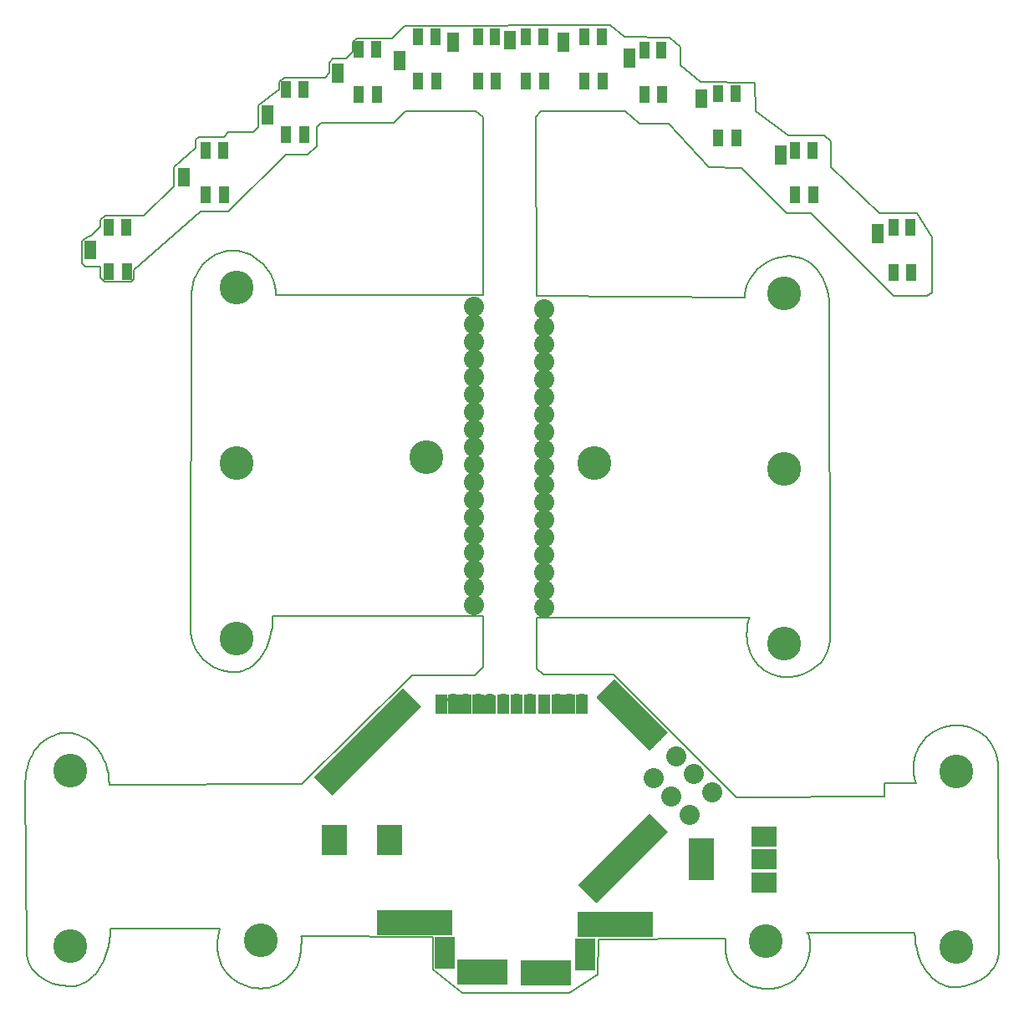
<source format=gbs>
G04 PROTEUS RS274X GERBER FILE*
%FSLAX24Y24*%
%MOIN*%
%ADD14C,0.0012*%
%ADD15C,0.0080*%
%ADD35C,0.0500*%
%ADD48R,0.0400X0.0700*%
%ADD40R,0.0500X0.0400*%
%ADD38R,0.1000X0.1000*%
%ADD41C,0.0800*%
%ADD45C,0.1350*%
%ADD42R,0.1000X0.1200*%
%ADD46R,0.1000X0.0800*%
%ADD47R,0.1000X0.1700*%
%ADD72R,0.0810X0.1260*%
G54D14*
X+595Y+3670D02*
X-104Y+2971D01*
X-803Y+3670D01*
X-104Y+4369D01*
X+595Y+3670D01*
X-104Y+2971D02*
X-104Y+2971D01*
X-110Y+2977D02*
X-98Y+2977D01*
X-116Y+2983D02*
X-92Y+2983D01*
X-122Y+2989D02*
X-86Y+2989D01*
X-128Y+2995D02*
X-80Y+2995D01*
X-134Y+3001D02*
X-74Y+3001D01*
X-140Y+3007D02*
X-68Y+3007D01*
X-146Y+3013D02*
X-62Y+3013D01*
X-152Y+3019D02*
X-56Y+3019D01*
X-158Y+3025D02*
X-50Y+3025D01*
X-164Y+3031D02*
X-44Y+3031D01*
X-170Y+3037D02*
X-38Y+3037D01*
X-176Y+3043D02*
X-32Y+3043D01*
X-182Y+3049D02*
X-26Y+3049D01*
X-188Y+3055D02*
X-20Y+3055D01*
X-194Y+3061D02*
X-14Y+3061D01*
X-200Y+3067D02*
X-8Y+3067D01*
X-206Y+3073D02*
X-2Y+3073D01*
X-212Y+3079D02*
X+4Y+3079D01*
X-218Y+3085D02*
X+10Y+3085D01*
X-224Y+3091D02*
X+16Y+3091D01*
X-230Y+3097D02*
X+22Y+3097D01*
X-236Y+3103D02*
X+28Y+3103D01*
X-242Y+3109D02*
X+34Y+3109D01*
X-248Y+3115D02*
X+40Y+3115D01*
X-254Y+3121D02*
X+46Y+3121D01*
X-260Y+3127D02*
X+52Y+3127D01*
X-266Y+3133D02*
X+58Y+3133D01*
X-272Y+3139D02*
X+64Y+3139D01*
X-278Y+3145D02*
X+70Y+3145D01*
X-284Y+3151D02*
X+76Y+3151D01*
X-290Y+3157D02*
X+82Y+3157D01*
X-296Y+3163D02*
X+88Y+3163D01*
X-302Y+3169D02*
X+94Y+3169D01*
X-308Y+3175D02*
X+100Y+3175D01*
X-314Y+3181D02*
X+106Y+3181D01*
X-320Y+3187D02*
X+112Y+3187D01*
X-326Y+3193D02*
X+118Y+3193D01*
X-332Y+3199D02*
X+124Y+3199D01*
X-338Y+3205D02*
X+130Y+3205D01*
X-344Y+3211D02*
X+136Y+3211D01*
X-350Y+3217D02*
X+142Y+3217D01*
X-356Y+3223D02*
X+148Y+3223D01*
X-362Y+3229D02*
X+154Y+3229D01*
X-368Y+3235D02*
X+160Y+3235D01*
X-374Y+3241D02*
X+166Y+3241D01*
X-380Y+3247D02*
X+172Y+3247D01*
X-386Y+3253D02*
X+178Y+3253D01*
X-392Y+3259D02*
X+184Y+3259D01*
X-398Y+3265D02*
X+190Y+3265D01*
X-404Y+3271D02*
X+196Y+3271D01*
X-410Y+3277D02*
X+202Y+3277D01*
X-416Y+3283D02*
X+208Y+3283D01*
X-422Y+3289D02*
X+214Y+3289D01*
X-428Y+3295D02*
X+220Y+3295D01*
X-434Y+3301D02*
X+226Y+3301D01*
X-440Y+3307D02*
X+232Y+3307D01*
X-446Y+3313D02*
X+238Y+3313D01*
X-452Y+3319D02*
X+244Y+3319D01*
X-458Y+3325D02*
X+250Y+3325D01*
X-464Y+3331D02*
X+256Y+3331D01*
X-470Y+3337D02*
X+262Y+3337D01*
X-476Y+3343D02*
X+268Y+3343D01*
X-482Y+3349D02*
X+274Y+3349D01*
X-488Y+3355D02*
X+280Y+3355D01*
X-494Y+3361D02*
X+286Y+3361D01*
X-500Y+3367D02*
X+292Y+3367D01*
X-506Y+3373D02*
X+298Y+3373D01*
X-512Y+3379D02*
X+304Y+3379D01*
X-518Y+3385D02*
X+310Y+3385D01*
X-524Y+3391D02*
X+316Y+3391D01*
X-530Y+3397D02*
X+322Y+3397D01*
X-536Y+3403D02*
X+328Y+3403D01*
X-542Y+3409D02*
X+334Y+3409D01*
X-548Y+3415D02*
X+340Y+3415D01*
X-554Y+3421D02*
X+346Y+3421D01*
X-560Y+3427D02*
X+352Y+3427D01*
X-566Y+3433D02*
X+358Y+3433D01*
X-572Y+3439D02*
X+364Y+3439D01*
X-578Y+3445D02*
X+370Y+3445D01*
X-584Y+3451D02*
X+376Y+3451D01*
X-590Y+3457D02*
X+382Y+3457D01*
X-596Y+3463D02*
X+388Y+3463D01*
X-602Y+3469D02*
X+394Y+3469D01*
X-608Y+3475D02*
X+400Y+3475D01*
X-614Y+3481D02*
X+406Y+3481D01*
X-620Y+3487D02*
X+412Y+3487D01*
X-626Y+3493D02*
X+418Y+3493D01*
X-632Y+3499D02*
X+424Y+3499D01*
X-638Y+3505D02*
X+430Y+3505D01*
X-644Y+3511D02*
X+436Y+3511D01*
X-650Y+3517D02*
X+442Y+3517D01*
X-656Y+3523D02*
X+448Y+3523D01*
X-662Y+3529D02*
X+454Y+3529D01*
X-668Y+3535D02*
X+460Y+3535D01*
X-674Y+3541D02*
X+466Y+3541D01*
X-680Y+3547D02*
X+472Y+3547D01*
X-686Y+3553D02*
X+478Y+3553D01*
X-692Y+3559D02*
X+484Y+3559D01*
X-698Y+3565D02*
X+490Y+3565D01*
X-704Y+3571D02*
X+496Y+3571D01*
X-710Y+3577D02*
X+502Y+3577D01*
X-716Y+3583D02*
X+508Y+3583D01*
X-722Y+3589D02*
X+514Y+3589D01*
X-728Y+3595D02*
X+520Y+3595D01*
X-734Y+3601D02*
X+526Y+3601D01*
X-740Y+3607D02*
X+532Y+3607D01*
X-746Y+3613D02*
X+538Y+3613D01*
X-752Y+3619D02*
X+544Y+3619D01*
X-758Y+3625D02*
X+550Y+3625D01*
X-764Y+3631D02*
X+556Y+3631D01*
X-770Y+3637D02*
X+562Y+3637D01*
X-776Y+3643D02*
X+568Y+3643D01*
X-782Y+3649D02*
X+574Y+3649D01*
X-788Y+3655D02*
X+580Y+3655D01*
X-794Y+3661D02*
X+586Y+3661D01*
X-800Y+3667D02*
X+592Y+3667D01*
X-800Y+3673D02*
X+592Y+3673D01*
X-794Y+3679D02*
X+586Y+3679D01*
X-788Y+3685D02*
X+580Y+3685D01*
X-782Y+3691D02*
X+574Y+3691D01*
X-776Y+3697D02*
X+568Y+3697D01*
X-770Y+3703D02*
X+562Y+3703D01*
X-764Y+3709D02*
X+556Y+3709D01*
X-758Y+3715D02*
X+550Y+3715D01*
X-752Y+3721D02*
X+544Y+3721D01*
X-746Y+3727D02*
X+538Y+3727D01*
X-740Y+3733D02*
X+532Y+3733D01*
X-734Y+3739D02*
X+526Y+3739D01*
X-728Y+3745D02*
X+520Y+3745D01*
X-722Y+3751D02*
X+514Y+3751D01*
X-716Y+3757D02*
X+508Y+3757D01*
X-710Y+3763D02*
X+502Y+3763D01*
X-704Y+3769D02*
X+496Y+3769D01*
X-698Y+3775D02*
X+490Y+3775D01*
X-692Y+3781D02*
X+484Y+3781D01*
X-686Y+3787D02*
X+478Y+3787D01*
X-680Y+3793D02*
X+472Y+3793D01*
X-674Y+3799D02*
X+466Y+3799D01*
X-668Y+3805D02*
X+460Y+3805D01*
X-662Y+3811D02*
X+454Y+3811D01*
X-656Y+3817D02*
X+448Y+3817D01*
X-650Y+3823D02*
X+442Y+3823D01*
X-644Y+3829D02*
X+436Y+3829D01*
X-638Y+3835D02*
X+430Y+3835D01*
X-632Y+3841D02*
X+424Y+3841D01*
X-626Y+3847D02*
X+418Y+3847D01*
X-620Y+3853D02*
X+412Y+3853D01*
X-614Y+3859D02*
X+406Y+3859D01*
X-608Y+3865D02*
X+400Y+3865D01*
X-602Y+3871D02*
X+394Y+3871D01*
X-596Y+3877D02*
X+388Y+3877D01*
X-590Y+3883D02*
X+382Y+3883D01*
X-584Y+3889D02*
X+376Y+3889D01*
X-578Y+3895D02*
X+370Y+3895D01*
X-572Y+3901D02*
X+364Y+3901D01*
X-566Y+3907D02*
X+358Y+3907D01*
X-560Y+3913D02*
X+352Y+3913D01*
X-554Y+3919D02*
X+346Y+3919D01*
X-548Y+3925D02*
X+340Y+3925D01*
X-542Y+3931D02*
X+334Y+3931D01*
X-536Y+3937D02*
X+328Y+3937D01*
X-530Y+3943D02*
X+322Y+3943D01*
X-524Y+3949D02*
X+316Y+3949D01*
X-518Y+3955D02*
X+310Y+3955D01*
X-512Y+3961D02*
X+304Y+3961D01*
X-506Y+3967D02*
X+298Y+3967D01*
X-500Y+3973D02*
X+292Y+3973D01*
X-494Y+3979D02*
X+286Y+3979D01*
X-488Y+3985D02*
X+280Y+3985D01*
X-482Y+3991D02*
X+274Y+3991D01*
X-476Y+3997D02*
X+268Y+3997D01*
X-470Y+4003D02*
X+262Y+4003D01*
X-464Y+4009D02*
X+256Y+4009D01*
X-458Y+4015D02*
X+250Y+4015D01*
X-452Y+4021D02*
X+244Y+4021D01*
X-446Y+4027D02*
X+238Y+4027D01*
X-440Y+4033D02*
X+232Y+4033D01*
X-434Y+4039D02*
X+226Y+4039D01*
X-428Y+4045D02*
X+220Y+4045D01*
X-422Y+4051D02*
X+214Y+4051D01*
X-416Y+4057D02*
X+208Y+4057D01*
X-410Y+4063D02*
X+202Y+4063D01*
X-404Y+4069D02*
X+196Y+4069D01*
X-398Y+4075D02*
X+190Y+4075D01*
X-392Y+4081D02*
X+184Y+4081D01*
X-386Y+4087D02*
X+178Y+4087D01*
X-380Y+4093D02*
X+172Y+4093D01*
X-374Y+4099D02*
X+166Y+4099D01*
X-368Y+4105D02*
X+160Y+4105D01*
X-362Y+4111D02*
X+154Y+4111D01*
X-356Y+4117D02*
X+148Y+4117D01*
X-350Y+4123D02*
X+142Y+4123D01*
X-344Y+4129D02*
X+136Y+4129D01*
X-338Y+4135D02*
X+130Y+4135D01*
X-332Y+4141D02*
X+124Y+4141D01*
X-326Y+4147D02*
X+118Y+4147D01*
X-320Y+4153D02*
X+112Y+4153D01*
X-314Y+4159D02*
X+106Y+4159D01*
X-308Y+4165D02*
X+100Y+4165D01*
X-302Y+4171D02*
X+94Y+4171D01*
X-296Y+4177D02*
X+88Y+4177D01*
X-290Y+4183D02*
X+82Y+4183D01*
X-284Y+4189D02*
X+76Y+4189D01*
X-278Y+4195D02*
X+70Y+4195D01*
X-272Y+4201D02*
X+64Y+4201D01*
X-266Y+4207D02*
X+58Y+4207D01*
X-260Y+4213D02*
X+52Y+4213D01*
X-254Y+4219D02*
X+46Y+4219D01*
X-248Y+4225D02*
X+40Y+4225D01*
X-242Y+4231D02*
X+34Y+4231D01*
X-236Y+4237D02*
X+28Y+4237D01*
X-230Y+4243D02*
X+22Y+4243D01*
X-224Y+4249D02*
X+16Y+4249D01*
X-218Y+4255D02*
X+10Y+4255D01*
X-212Y+4261D02*
X+4Y+4261D01*
X-206Y+4267D02*
X-2Y+4267D01*
X-200Y+4273D02*
X-8Y+4273D01*
X-194Y+4279D02*
X-14Y+4279D01*
X-188Y+4285D02*
X-20Y+4285D01*
X-182Y+4291D02*
X-26Y+4291D01*
X-176Y+4297D02*
X-32Y+4297D01*
X-170Y+4303D02*
X-38Y+4303D01*
X-164Y+4309D02*
X-44Y+4309D01*
X-158Y+4315D02*
X-50Y+4315D01*
X-152Y+4321D02*
X-56Y+4321D01*
X-146Y+4327D02*
X-62Y+4327D01*
X-140Y+4333D02*
X-68Y+4333D01*
X-134Y+4339D02*
X-74Y+4339D01*
X-128Y+4345D02*
X-80Y+4345D01*
X-122Y+4351D02*
X-86Y+4351D01*
X-116Y+4357D02*
X-92Y+4357D01*
X-110Y+4363D02*
X-98Y+4363D01*
X-104Y+4369D02*
X-104Y+4369D01*
X-112Y+2963D02*
X-811Y+2264D01*
X-1510Y+2963D01*
X-811Y+3662D01*
X-112Y+2963D01*
X-811Y+2264D02*
X-811Y+2264D01*
X-817Y+2270D02*
X-805Y+2270D01*
X-823Y+2276D02*
X-799Y+2276D01*
X-829Y+2282D02*
X-793Y+2282D01*
X-835Y+2288D02*
X-787Y+2288D01*
X-841Y+2294D02*
X-781Y+2294D01*
X-847Y+2300D02*
X-775Y+2300D01*
X-853Y+2306D02*
X-769Y+2306D01*
X-859Y+2312D02*
X-763Y+2312D01*
X-865Y+2318D02*
X-757Y+2318D01*
X-871Y+2324D02*
X-751Y+2324D01*
X-877Y+2330D02*
X-745Y+2330D01*
X-883Y+2336D02*
X-739Y+2336D01*
X-889Y+2342D02*
X-733Y+2342D01*
X-895Y+2348D02*
X-727Y+2348D01*
X-901Y+2354D02*
X-721Y+2354D01*
X-907Y+2360D02*
X-715Y+2360D01*
X-913Y+2366D02*
X-709Y+2366D01*
X-919Y+2372D02*
X-703Y+2372D01*
X-925Y+2378D02*
X-697Y+2378D01*
X-931Y+2384D02*
X-691Y+2384D01*
X-937Y+2390D02*
X-685Y+2390D01*
X-943Y+2396D02*
X-679Y+2396D01*
X-949Y+2402D02*
X-673Y+2402D01*
X-955Y+2408D02*
X-667Y+2408D01*
X-961Y+2414D02*
X-661Y+2414D01*
X-967Y+2420D02*
X-655Y+2420D01*
X-973Y+2426D02*
X-649Y+2426D01*
X-979Y+2432D02*
X-643Y+2432D01*
X-985Y+2438D02*
X-637Y+2438D01*
X-991Y+2444D02*
X-631Y+2444D01*
X-997Y+2450D02*
X-625Y+2450D01*
X-1003Y+2456D02*
X-619Y+2456D01*
X-1009Y+2462D02*
X-613Y+2462D01*
X-1015Y+2468D02*
X-607Y+2468D01*
X-1021Y+2474D02*
X-601Y+2474D01*
X-1027Y+2480D02*
X-595Y+2480D01*
X-1033Y+2486D02*
X-589Y+2486D01*
X-1039Y+2492D02*
X-583Y+2492D01*
X-1045Y+2498D02*
X-577Y+2498D01*
X-1051Y+2504D02*
X-571Y+2504D01*
X-1057Y+2510D02*
X-565Y+2510D01*
X-1063Y+2516D02*
X-559Y+2516D01*
X-1069Y+2522D02*
X-553Y+2522D01*
X-1075Y+2528D02*
X-547Y+2528D01*
X-1081Y+2534D02*
X-541Y+2534D01*
X-1087Y+2540D02*
X-535Y+2540D01*
X-1093Y+2546D02*
X-529Y+2546D01*
X-1099Y+2552D02*
X-523Y+2552D01*
X-1105Y+2558D02*
X-517Y+2558D01*
X-1111Y+2564D02*
X-511Y+2564D01*
X-1117Y+2570D02*
X-505Y+2570D01*
X-1123Y+2576D02*
X-499Y+2576D01*
X-1129Y+2582D02*
X-493Y+2582D01*
X-1135Y+2588D02*
X-487Y+2588D01*
X-1141Y+2594D02*
X-481Y+2594D01*
X-1147Y+2600D02*
X-475Y+2600D01*
X-1153Y+2606D02*
X-469Y+2606D01*
X-1159Y+2612D02*
X-463Y+2612D01*
X-1165Y+2618D02*
X-457Y+2618D01*
X-1171Y+2624D02*
X-451Y+2624D01*
X-1177Y+2630D02*
X-445Y+2630D01*
X-1183Y+2636D02*
X-439Y+2636D01*
X-1189Y+2642D02*
X-433Y+2642D01*
X-1195Y+2648D02*
X-427Y+2648D01*
X-1201Y+2654D02*
X-421Y+2654D01*
X-1207Y+2660D02*
X-415Y+2660D01*
X-1213Y+2666D02*
X-409Y+2666D01*
X-1219Y+2672D02*
X-403Y+2672D01*
X-1225Y+2678D02*
X-397Y+2678D01*
X-1231Y+2684D02*
X-391Y+2684D01*
X-1237Y+2690D02*
X-385Y+2690D01*
X-1243Y+2696D02*
X-379Y+2696D01*
X-1249Y+2702D02*
X-373Y+2702D01*
X-1255Y+2708D02*
X-367Y+2708D01*
X-1261Y+2714D02*
X-361Y+2714D01*
X-1267Y+2720D02*
X-355Y+2720D01*
X-1273Y+2726D02*
X-349Y+2726D01*
X-1279Y+2732D02*
X-343Y+2732D01*
X-1285Y+2738D02*
X-337Y+2738D01*
X-1291Y+2744D02*
X-331Y+2744D01*
X-1297Y+2750D02*
X-325Y+2750D01*
X-1303Y+2756D02*
X-319Y+2756D01*
X-1309Y+2762D02*
X-313Y+2762D01*
X-1315Y+2768D02*
X-307Y+2768D01*
X-1321Y+2774D02*
X-301Y+2774D01*
X-1327Y+2780D02*
X-295Y+2780D01*
X-1333Y+2786D02*
X-289Y+2786D01*
X-1339Y+2792D02*
X-283Y+2792D01*
X-1345Y+2798D02*
X-277Y+2798D01*
X-1351Y+2804D02*
X-271Y+2804D01*
X-1357Y+2810D02*
X-265Y+2810D01*
X-1363Y+2816D02*
X-259Y+2816D01*
X-1369Y+2822D02*
X-253Y+2822D01*
X-1375Y+2828D02*
X-247Y+2828D01*
X-1381Y+2834D02*
X-241Y+2834D01*
X-1387Y+2840D02*
X-235Y+2840D01*
X-1393Y+2846D02*
X-229Y+2846D01*
X-1399Y+2852D02*
X-223Y+2852D01*
X-1405Y+2858D02*
X-217Y+2858D01*
X-1411Y+2864D02*
X-211Y+2864D01*
X-1417Y+2870D02*
X-205Y+2870D01*
X-1423Y+2876D02*
X-199Y+2876D01*
X-1429Y+2882D02*
X-193Y+2882D01*
X-1435Y+2888D02*
X-187Y+2888D01*
X-1441Y+2894D02*
X-181Y+2894D01*
X-1447Y+2900D02*
X-175Y+2900D01*
X-1453Y+2906D02*
X-169Y+2906D01*
X-1459Y+2912D02*
X-163Y+2912D01*
X-1465Y+2918D02*
X-157Y+2918D01*
X-1471Y+2924D02*
X-151Y+2924D01*
X-1477Y+2930D02*
X-145Y+2930D01*
X-1483Y+2936D02*
X-139Y+2936D01*
X-1489Y+2942D02*
X-133Y+2942D01*
X-1495Y+2948D02*
X-127Y+2948D01*
X-1501Y+2954D02*
X-121Y+2954D01*
X-1507Y+2960D02*
X-115Y+2960D01*
X-1507Y+2966D02*
X-115Y+2966D01*
X-1501Y+2972D02*
X-121Y+2972D01*
X-1495Y+2978D02*
X-127Y+2978D01*
X-1489Y+2984D02*
X-133Y+2984D01*
X-1483Y+2990D02*
X-139Y+2990D01*
X-1477Y+2996D02*
X-145Y+2996D01*
X-1471Y+3002D02*
X-151Y+3002D01*
X-1465Y+3008D02*
X-157Y+3008D01*
X-1459Y+3014D02*
X-163Y+3014D01*
X-1453Y+3020D02*
X-169Y+3020D01*
X-1447Y+3026D02*
X-175Y+3026D01*
X-1441Y+3032D02*
X-181Y+3032D01*
X-1435Y+3038D02*
X-187Y+3038D01*
X-1429Y+3044D02*
X-193Y+3044D01*
X-1423Y+3050D02*
X-199Y+3050D01*
X-1417Y+3056D02*
X-205Y+3056D01*
X-1411Y+3062D02*
X-211Y+3062D01*
X-1405Y+3068D02*
X-217Y+3068D01*
X-1399Y+3074D02*
X-223Y+3074D01*
X-1393Y+3080D02*
X-229Y+3080D01*
X-1387Y+3086D02*
X-235Y+3086D01*
X-1381Y+3092D02*
X-241Y+3092D01*
X-1375Y+3098D02*
X-247Y+3098D01*
X-1369Y+3104D02*
X-253Y+3104D01*
X-1363Y+3110D02*
X-259Y+3110D01*
X-1357Y+3116D02*
X-265Y+3116D01*
X-1351Y+3122D02*
X-271Y+3122D01*
X-1345Y+3128D02*
X-277Y+3128D01*
X-1339Y+3134D02*
X-283Y+3134D01*
X-1333Y+3140D02*
X-289Y+3140D01*
X-1327Y+3146D02*
X-295Y+3146D01*
X-1321Y+3152D02*
X-301Y+3152D01*
X-1315Y+3158D02*
X-307Y+3158D01*
X-1309Y+3164D02*
X-313Y+3164D01*
X-1303Y+3170D02*
X-319Y+3170D01*
X-1297Y+3176D02*
X-325Y+3176D01*
X-1291Y+3182D02*
X-331Y+3182D01*
X-1285Y+3188D02*
X-337Y+3188D01*
X-1279Y+3194D02*
X-343Y+3194D01*
X-1273Y+3200D02*
X-349Y+3200D01*
X-1267Y+3206D02*
X-355Y+3206D01*
X-1261Y+3212D02*
X-361Y+3212D01*
X-1255Y+3218D02*
X-367Y+3218D01*
X-1249Y+3224D02*
X-373Y+3224D01*
X-1243Y+3230D02*
X-379Y+3230D01*
X-1237Y+3236D02*
X-385Y+3236D01*
X-1231Y+3242D02*
X-391Y+3242D01*
X-1225Y+3248D02*
X-397Y+3248D01*
X-1219Y+3254D02*
X-403Y+3254D01*
X-1213Y+3260D02*
X-409Y+3260D01*
X-1207Y+3266D02*
X-415Y+3266D01*
X-1201Y+3272D02*
X-421Y+3272D01*
X-1195Y+3278D02*
X-427Y+3278D01*
X-1189Y+3284D02*
X-433Y+3284D01*
X-1183Y+3290D02*
X-439Y+3290D01*
X-1177Y+3296D02*
X-445Y+3296D01*
X-1171Y+3302D02*
X-451Y+3302D01*
X-1165Y+3308D02*
X-457Y+3308D01*
X-1159Y+3314D02*
X-463Y+3314D01*
X-1153Y+3320D02*
X-469Y+3320D01*
X-1147Y+3326D02*
X-475Y+3326D01*
X-1141Y+3332D02*
X-481Y+3332D01*
X-1135Y+3338D02*
X-487Y+3338D01*
X-1129Y+3344D02*
X-493Y+3344D01*
X-1123Y+3350D02*
X-499Y+3350D01*
X-1117Y+3356D02*
X-505Y+3356D01*
X-1111Y+3362D02*
X-511Y+3362D01*
X-1105Y+3368D02*
X-517Y+3368D01*
X-1099Y+3374D02*
X-523Y+3374D01*
X-1093Y+3380D02*
X-529Y+3380D01*
X-1087Y+3386D02*
X-535Y+3386D01*
X-1081Y+3392D02*
X-541Y+3392D01*
X-1075Y+3398D02*
X-547Y+3398D01*
X-1069Y+3404D02*
X-553Y+3404D01*
X-1063Y+3410D02*
X-559Y+3410D01*
X-1057Y+3416D02*
X-565Y+3416D01*
X-1051Y+3422D02*
X-571Y+3422D01*
X-1045Y+3428D02*
X-577Y+3428D01*
X-1039Y+3434D02*
X-583Y+3434D01*
X-1033Y+3440D02*
X-589Y+3440D01*
X-1027Y+3446D02*
X-595Y+3446D01*
X-1021Y+3452D02*
X-601Y+3452D01*
X-1015Y+3458D02*
X-607Y+3458D01*
X-1009Y+3464D02*
X-613Y+3464D01*
X-1003Y+3470D02*
X-619Y+3470D01*
X-997Y+3476D02*
X-625Y+3476D01*
X-991Y+3482D02*
X-631Y+3482D01*
X-985Y+3488D02*
X-637Y+3488D01*
X-979Y+3494D02*
X-643Y+3494D01*
X-973Y+3500D02*
X-649Y+3500D01*
X-967Y+3506D02*
X-655Y+3506D01*
X-961Y+3512D02*
X-661Y+3512D01*
X-955Y+3518D02*
X-667Y+3518D01*
X-949Y+3524D02*
X-673Y+3524D01*
X-943Y+3530D02*
X-679Y+3530D01*
X-937Y+3536D02*
X-685Y+3536D01*
X-931Y+3542D02*
X-691Y+3542D01*
X-925Y+3548D02*
X-697Y+3548D01*
X-919Y+3554D02*
X-703Y+3554D01*
X-913Y+3560D02*
X-709Y+3560D01*
X-907Y+3566D02*
X-715Y+3566D01*
X-901Y+3572D02*
X-721Y+3572D01*
X-895Y+3578D02*
X-727Y+3578D01*
X-889Y+3584D02*
X-733Y+3584D01*
X-883Y+3590D02*
X-739Y+3590D01*
X-877Y+3596D02*
X-745Y+3596D01*
X-871Y+3602D02*
X-751Y+3602D01*
X-865Y+3608D02*
X-757Y+3608D01*
X-859Y+3614D02*
X-763Y+3614D01*
X-853Y+3620D02*
X-769Y+3620D01*
X-847Y+3626D02*
X-775Y+3626D01*
X-841Y+3632D02*
X-781Y+3632D01*
X-835Y+3638D02*
X-787Y+3638D01*
X-829Y+3644D02*
X-793Y+3644D01*
X-823Y+3650D02*
X-799Y+3650D01*
X-817Y+3656D02*
X-805Y+3656D01*
X-811Y+3662D02*
X-811Y+3662D01*
X-819Y+2256D02*
X-1518Y+1557D01*
X-2217Y+2256D01*
X-1518Y+2955D01*
X-819Y+2256D01*
X-1518Y+1557D02*
X-1518Y+1557D01*
X-1524Y+1563D02*
X-1512Y+1563D01*
X-1530Y+1569D02*
X-1506Y+1569D01*
X-1536Y+1575D02*
X-1500Y+1575D01*
X-1542Y+1581D02*
X-1494Y+1581D01*
X-1548Y+1587D02*
X-1488Y+1587D01*
X-1554Y+1593D02*
X-1482Y+1593D01*
X-1560Y+1599D02*
X-1476Y+1599D01*
X-1566Y+1605D02*
X-1470Y+1605D01*
X-1572Y+1611D02*
X-1464Y+1611D01*
X-1578Y+1617D02*
X-1458Y+1617D01*
X-1584Y+1623D02*
X-1452Y+1623D01*
X-1590Y+1629D02*
X-1446Y+1629D01*
X-1596Y+1635D02*
X-1440Y+1635D01*
X-1602Y+1641D02*
X-1434Y+1641D01*
X-1608Y+1647D02*
X-1428Y+1647D01*
X-1614Y+1653D02*
X-1422Y+1653D01*
X-1620Y+1659D02*
X-1416Y+1659D01*
X-1626Y+1665D02*
X-1410Y+1665D01*
X-1632Y+1671D02*
X-1404Y+1671D01*
X-1638Y+1677D02*
X-1398Y+1677D01*
X-1644Y+1683D02*
X-1392Y+1683D01*
X-1650Y+1689D02*
X-1386Y+1689D01*
X-1656Y+1695D02*
X-1380Y+1695D01*
X-1662Y+1701D02*
X-1374Y+1701D01*
X-1668Y+1707D02*
X-1368Y+1707D01*
X-1674Y+1713D02*
X-1362Y+1713D01*
X-1680Y+1719D02*
X-1356Y+1719D01*
X-1686Y+1725D02*
X-1350Y+1725D01*
X-1692Y+1731D02*
X-1344Y+1731D01*
X-1698Y+1737D02*
X-1338Y+1737D01*
X-1704Y+1743D02*
X-1332Y+1743D01*
X-1710Y+1749D02*
X-1326Y+1749D01*
X-1716Y+1755D02*
X-1320Y+1755D01*
X-1722Y+1761D02*
X-1314Y+1761D01*
X-1728Y+1767D02*
X-1308Y+1767D01*
X-1734Y+1773D02*
X-1302Y+1773D01*
X-1740Y+1779D02*
X-1296Y+1779D01*
X-1746Y+1785D02*
X-1290Y+1785D01*
X-1752Y+1791D02*
X-1284Y+1791D01*
X-1758Y+1797D02*
X-1278Y+1797D01*
X-1764Y+1803D02*
X-1272Y+1803D01*
X-1770Y+1809D02*
X-1266Y+1809D01*
X-1776Y+1815D02*
X-1260Y+1815D01*
X-1782Y+1821D02*
X-1254Y+1821D01*
X-1788Y+1827D02*
X-1248Y+1827D01*
X-1794Y+1833D02*
X-1242Y+1833D01*
X-1800Y+1839D02*
X-1236Y+1839D01*
X-1806Y+1845D02*
X-1230Y+1845D01*
X-1812Y+1851D02*
X-1224Y+1851D01*
X-1818Y+1857D02*
X-1218Y+1857D01*
X-1824Y+1863D02*
X-1212Y+1863D01*
X-1830Y+1869D02*
X-1206Y+1869D01*
X-1836Y+1875D02*
X-1200Y+1875D01*
X-1842Y+1881D02*
X-1194Y+1881D01*
X-1848Y+1887D02*
X-1188Y+1887D01*
X-1854Y+1893D02*
X-1182Y+1893D01*
X-1860Y+1899D02*
X-1176Y+1899D01*
X-1866Y+1905D02*
X-1170Y+1905D01*
X-1872Y+1911D02*
X-1164Y+1911D01*
X-1878Y+1917D02*
X-1158Y+1917D01*
X-1884Y+1923D02*
X-1152Y+1923D01*
X-1890Y+1929D02*
X-1146Y+1929D01*
X-1896Y+1935D02*
X-1140Y+1935D01*
X-1902Y+1941D02*
X-1134Y+1941D01*
X-1908Y+1947D02*
X-1128Y+1947D01*
X-1914Y+1953D02*
X-1122Y+1953D01*
X-1920Y+1959D02*
X-1116Y+1959D01*
X-1926Y+1965D02*
X-1110Y+1965D01*
X-1932Y+1971D02*
X-1104Y+1971D01*
X-1938Y+1977D02*
X-1098Y+1977D01*
X-1944Y+1983D02*
X-1092Y+1983D01*
X-1950Y+1989D02*
X-1086Y+1989D01*
X-1956Y+1995D02*
X-1080Y+1995D01*
X-1962Y+2001D02*
X-1074Y+2001D01*
X-1968Y+2007D02*
X-1068Y+2007D01*
X-1974Y+2013D02*
X-1062Y+2013D01*
X-1980Y+2019D02*
X-1056Y+2019D01*
X-1986Y+2025D02*
X-1050Y+2025D01*
X-1992Y+2031D02*
X-1044Y+2031D01*
X-1998Y+2037D02*
X-1038Y+2037D01*
X-2004Y+2043D02*
X-1032Y+2043D01*
X-2010Y+2049D02*
X-1026Y+2049D01*
X-2016Y+2055D02*
X-1020Y+2055D01*
X-2022Y+2061D02*
X-1014Y+2061D01*
X-2028Y+2067D02*
X-1008Y+2067D01*
X-2034Y+2073D02*
X-1002Y+2073D01*
X-2040Y+2079D02*
X-996Y+2079D01*
X-2046Y+2085D02*
X-990Y+2085D01*
X-2052Y+2091D02*
X-984Y+2091D01*
X-2058Y+2097D02*
X-978Y+2097D01*
X-2064Y+2103D02*
X-972Y+2103D01*
X-2070Y+2109D02*
X-966Y+2109D01*
X-2076Y+2115D02*
X-960Y+2115D01*
X-2082Y+2121D02*
X-954Y+2121D01*
X-2088Y+2127D02*
X-948Y+2127D01*
X-2094Y+2133D02*
X-942Y+2133D01*
X-2100Y+2139D02*
X-936Y+2139D01*
X-2106Y+2145D02*
X-930Y+2145D01*
X-2112Y+2151D02*
X-924Y+2151D01*
X-2118Y+2157D02*
X-918Y+2157D01*
X-2124Y+2163D02*
X-912Y+2163D01*
X-2130Y+2169D02*
X-906Y+2169D01*
X-2136Y+2175D02*
X-900Y+2175D01*
X-2142Y+2181D02*
X-894Y+2181D01*
X-2148Y+2187D02*
X-888Y+2187D01*
X-2154Y+2193D02*
X-882Y+2193D01*
X-2160Y+2199D02*
X-876Y+2199D01*
X-2166Y+2205D02*
X-870Y+2205D01*
X-2172Y+2211D02*
X-864Y+2211D01*
X-2178Y+2217D02*
X-858Y+2217D01*
X-2184Y+2223D02*
X-852Y+2223D01*
X-2190Y+2229D02*
X-846Y+2229D01*
X-2196Y+2235D02*
X-840Y+2235D01*
X-2202Y+2241D02*
X-834Y+2241D01*
X-2208Y+2247D02*
X-828Y+2247D01*
X-2214Y+2253D02*
X-822Y+2253D01*
X-2214Y+2259D02*
X-822Y+2259D01*
X-2208Y+2265D02*
X-828Y+2265D01*
X-2202Y+2271D02*
X-834Y+2271D01*
X-2196Y+2277D02*
X-840Y+2277D01*
X-2190Y+2283D02*
X-846Y+2283D01*
X-2184Y+2289D02*
X-852Y+2289D01*
X-2178Y+2295D02*
X-858Y+2295D01*
X-2172Y+2301D02*
X-864Y+2301D01*
X-2166Y+2307D02*
X-870Y+2307D01*
X-2160Y+2313D02*
X-876Y+2313D01*
X-2154Y+2319D02*
X-882Y+2319D01*
X-2148Y+2325D02*
X-888Y+2325D01*
X-2142Y+2331D02*
X-894Y+2331D01*
X-2136Y+2337D02*
X-900Y+2337D01*
X-2130Y+2343D02*
X-906Y+2343D01*
X-2124Y+2349D02*
X-912Y+2349D01*
X-2118Y+2355D02*
X-918Y+2355D01*
X-2112Y+2361D02*
X-924Y+2361D01*
X-2106Y+2367D02*
X-930Y+2367D01*
X-2100Y+2373D02*
X-936Y+2373D01*
X-2094Y+2379D02*
X-942Y+2379D01*
X-2088Y+2385D02*
X-948Y+2385D01*
X-2082Y+2391D02*
X-954Y+2391D01*
X-2076Y+2397D02*
X-960Y+2397D01*
X-2070Y+2403D02*
X-966Y+2403D01*
X-2064Y+2409D02*
X-972Y+2409D01*
X-2058Y+2415D02*
X-978Y+2415D01*
X-2052Y+2421D02*
X-984Y+2421D01*
X-2046Y+2427D02*
X-990Y+2427D01*
X-2040Y+2433D02*
X-996Y+2433D01*
X-2034Y+2439D02*
X-1002Y+2439D01*
X-2028Y+2445D02*
X-1008Y+2445D01*
X-2022Y+2451D02*
X-1014Y+2451D01*
X-2016Y+2457D02*
X-1020Y+2457D01*
X-2010Y+2463D02*
X-1026Y+2463D01*
X-2004Y+2469D02*
X-1032Y+2469D01*
X-1998Y+2475D02*
X-1038Y+2475D01*
X-1992Y+2481D02*
X-1044Y+2481D01*
X-1986Y+2487D02*
X-1050Y+2487D01*
X-1980Y+2493D02*
X-1056Y+2493D01*
X-1974Y+2499D02*
X-1062Y+2499D01*
X-1968Y+2505D02*
X-1068Y+2505D01*
X-1962Y+2511D02*
X-1074Y+2511D01*
X-1956Y+2517D02*
X-1080Y+2517D01*
X-1950Y+2523D02*
X-1086Y+2523D01*
X-1944Y+2529D02*
X-1092Y+2529D01*
X-1938Y+2535D02*
X-1098Y+2535D01*
X-1932Y+2541D02*
X-1104Y+2541D01*
X-1926Y+2547D02*
X-1110Y+2547D01*
X-1920Y+2553D02*
X-1116Y+2553D01*
X-1914Y+2559D02*
X-1122Y+2559D01*
X-1908Y+2565D02*
X-1128Y+2565D01*
X-1902Y+2571D02*
X-1134Y+2571D01*
X-1896Y+2577D02*
X-1140Y+2577D01*
X-1890Y+2583D02*
X-1146Y+2583D01*
X-1884Y+2589D02*
X-1152Y+2589D01*
X-1878Y+2595D02*
X-1158Y+2595D01*
X-1872Y+2601D02*
X-1164Y+2601D01*
X-1866Y+2607D02*
X-1170Y+2607D01*
X-1860Y+2613D02*
X-1176Y+2613D01*
X-1854Y+2619D02*
X-1182Y+2619D01*
X-1848Y+2625D02*
X-1188Y+2625D01*
X-1842Y+2631D02*
X-1194Y+2631D01*
X-1836Y+2637D02*
X-1200Y+2637D01*
X-1830Y+2643D02*
X-1206Y+2643D01*
X-1824Y+2649D02*
X-1212Y+2649D01*
X-1818Y+2655D02*
X-1218Y+2655D01*
X-1812Y+2661D02*
X-1224Y+2661D01*
X-1806Y+2667D02*
X-1230Y+2667D01*
X-1800Y+2673D02*
X-1236Y+2673D01*
X-1794Y+2679D02*
X-1242Y+2679D01*
X-1788Y+2685D02*
X-1248Y+2685D01*
X-1782Y+2691D02*
X-1254Y+2691D01*
X-1776Y+2697D02*
X-1260Y+2697D01*
X-1770Y+2703D02*
X-1266Y+2703D01*
X-1764Y+2709D02*
X-1272Y+2709D01*
X-1758Y+2715D02*
X-1278Y+2715D01*
X-1752Y+2721D02*
X-1284Y+2721D01*
X-1746Y+2727D02*
X-1290Y+2727D01*
X-1740Y+2733D02*
X-1296Y+2733D01*
X-1734Y+2739D02*
X-1302Y+2739D01*
X-1728Y+2745D02*
X-1308Y+2745D01*
X-1722Y+2751D02*
X-1314Y+2751D01*
X-1716Y+2757D02*
X-1320Y+2757D01*
X-1710Y+2763D02*
X-1326Y+2763D01*
X-1704Y+2769D02*
X-1332Y+2769D01*
X-1698Y+2775D02*
X-1338Y+2775D01*
X-1692Y+2781D02*
X-1344Y+2781D01*
X-1686Y+2787D02*
X-1350Y+2787D01*
X-1680Y+2793D02*
X-1356Y+2793D01*
X-1674Y+2799D02*
X-1362Y+2799D01*
X-1668Y+2805D02*
X-1368Y+2805D01*
X-1662Y+2811D02*
X-1374Y+2811D01*
X-1656Y+2817D02*
X-1380Y+2817D01*
X-1650Y+2823D02*
X-1386Y+2823D01*
X-1644Y+2829D02*
X-1392Y+2829D01*
X-1638Y+2835D02*
X-1398Y+2835D01*
X-1632Y+2841D02*
X-1404Y+2841D01*
X-1626Y+2847D02*
X-1410Y+2847D01*
X-1620Y+2853D02*
X-1416Y+2853D01*
X-1614Y+2859D02*
X-1422Y+2859D01*
X-1608Y+2865D02*
X-1428Y+2865D01*
X-1602Y+2871D02*
X-1434Y+2871D01*
X-1596Y+2877D02*
X-1440Y+2877D01*
X-1590Y+2883D02*
X-1446Y+2883D01*
X-1584Y+2889D02*
X-1452Y+2889D01*
X-1578Y+2895D02*
X-1458Y+2895D01*
X-1572Y+2901D02*
X-1464Y+2901D01*
X-1566Y+2907D02*
X-1470Y+2907D01*
X-1560Y+2913D02*
X-1476Y+2913D01*
X-1554Y+2919D02*
X-1482Y+2919D01*
X-1548Y+2925D02*
X-1488Y+2925D01*
X-1542Y+2931D02*
X-1494Y+2931D01*
X-1536Y+2937D02*
X-1500Y+2937D01*
X-1530Y+2943D02*
X-1506Y+2943D01*
X-1524Y+2949D02*
X-1512Y+2949D01*
X-1518Y+2955D02*
X-1518Y+2955D01*
X-1527Y+1549D02*
X-2226Y+850D01*
X-2925Y+1549D01*
X-2226Y+2248D01*
X-1527Y+1549D01*
X-2226Y+850D02*
X-2226Y+850D01*
X-2232Y+856D02*
X-2220Y+856D01*
X-2238Y+862D02*
X-2214Y+862D01*
X-2244Y+868D02*
X-2208Y+868D01*
X-2250Y+874D02*
X-2202Y+874D01*
X-2256Y+880D02*
X-2196Y+880D01*
X-2262Y+886D02*
X-2190Y+886D01*
X-2268Y+892D02*
X-2184Y+892D01*
X-2274Y+898D02*
X-2178Y+898D01*
X-2280Y+904D02*
X-2172Y+904D01*
X-2286Y+910D02*
X-2166Y+910D01*
X-2292Y+916D02*
X-2160Y+916D01*
X-2298Y+922D02*
X-2154Y+922D01*
X-2304Y+928D02*
X-2148Y+928D01*
X-2310Y+934D02*
X-2142Y+934D01*
X-2316Y+940D02*
X-2136Y+940D01*
X-2322Y+946D02*
X-2130Y+946D01*
X-2328Y+952D02*
X-2124Y+952D01*
X-2334Y+958D02*
X-2118Y+958D01*
X-2340Y+964D02*
X-2112Y+964D01*
X-2346Y+970D02*
X-2106Y+970D01*
X-2352Y+976D02*
X-2100Y+976D01*
X-2358Y+982D02*
X-2094Y+982D01*
X-2364Y+988D02*
X-2088Y+988D01*
X-2370Y+994D02*
X-2082Y+994D01*
X-2376Y+1000D02*
X-2076Y+1000D01*
X-2382Y+1006D02*
X-2070Y+1006D01*
X-2388Y+1012D02*
X-2064Y+1012D01*
X-2394Y+1018D02*
X-2058Y+1018D01*
X-2400Y+1024D02*
X-2052Y+1024D01*
X-2406Y+1030D02*
X-2046Y+1030D01*
X-2412Y+1036D02*
X-2040Y+1036D01*
X-2418Y+1042D02*
X-2034Y+1042D01*
X-2424Y+1048D02*
X-2028Y+1048D01*
X-2430Y+1054D02*
X-2022Y+1054D01*
X-2436Y+1060D02*
X-2016Y+1060D01*
X-2442Y+1066D02*
X-2010Y+1066D01*
X-2448Y+1072D02*
X-2004Y+1072D01*
X-2454Y+1078D02*
X-1998Y+1078D01*
X-2460Y+1084D02*
X-1992Y+1084D01*
X-2466Y+1090D02*
X-1986Y+1090D01*
X-2472Y+1096D02*
X-1980Y+1096D01*
X-2478Y+1102D02*
X-1974Y+1102D01*
X-2484Y+1108D02*
X-1968Y+1108D01*
X-2490Y+1114D02*
X-1962Y+1114D01*
X-2496Y+1120D02*
X-1956Y+1120D01*
X-2502Y+1126D02*
X-1950Y+1126D01*
X-2508Y+1132D02*
X-1944Y+1132D01*
X-2514Y+1138D02*
X-1938Y+1138D01*
X-2520Y+1144D02*
X-1932Y+1144D01*
X-2526Y+1150D02*
X-1926Y+1150D01*
X-2532Y+1156D02*
X-1920Y+1156D01*
X-2538Y+1162D02*
X-1914Y+1162D01*
X-2544Y+1168D02*
X-1908Y+1168D01*
X-2550Y+1174D02*
X-1902Y+1174D01*
X-2556Y+1180D02*
X-1896Y+1180D01*
X-2562Y+1186D02*
X-1890Y+1186D01*
X-2568Y+1192D02*
X-1884Y+1192D01*
X-2574Y+1198D02*
X-1878Y+1198D01*
X-2580Y+1204D02*
X-1872Y+1204D01*
X-2586Y+1210D02*
X-1866Y+1210D01*
X-2592Y+1216D02*
X-1860Y+1216D01*
X-2598Y+1222D02*
X-1854Y+1222D01*
X-2604Y+1228D02*
X-1848Y+1228D01*
X-2610Y+1234D02*
X-1842Y+1234D01*
X-2616Y+1240D02*
X-1836Y+1240D01*
X-2622Y+1246D02*
X-1830Y+1246D01*
X-2628Y+1252D02*
X-1824Y+1252D01*
X-2634Y+1258D02*
X-1818Y+1258D01*
X-2640Y+1264D02*
X-1812Y+1264D01*
X-2646Y+1270D02*
X-1806Y+1270D01*
X-2652Y+1276D02*
X-1800Y+1276D01*
X-2658Y+1282D02*
X-1794Y+1282D01*
X-2664Y+1288D02*
X-1788Y+1288D01*
X-2670Y+1294D02*
X-1782Y+1294D01*
X-2676Y+1300D02*
X-1776Y+1300D01*
X-2682Y+1306D02*
X-1770Y+1306D01*
X-2688Y+1312D02*
X-1764Y+1312D01*
X-2694Y+1318D02*
X-1758Y+1318D01*
X-2700Y+1324D02*
X-1752Y+1324D01*
X-2706Y+1330D02*
X-1746Y+1330D01*
X-2712Y+1336D02*
X-1740Y+1336D01*
X-2718Y+1342D02*
X-1734Y+1342D01*
X-2724Y+1348D02*
X-1728Y+1348D01*
X-2730Y+1354D02*
X-1722Y+1354D01*
X-2736Y+1360D02*
X-1716Y+1360D01*
X-2742Y+1366D02*
X-1710Y+1366D01*
X-2748Y+1372D02*
X-1704Y+1372D01*
X-2754Y+1378D02*
X-1698Y+1378D01*
X-2760Y+1384D02*
X-1692Y+1384D01*
X-2766Y+1390D02*
X-1686Y+1390D01*
X-2772Y+1396D02*
X-1680Y+1396D01*
X-2778Y+1402D02*
X-1674Y+1402D01*
X-2784Y+1408D02*
X-1668Y+1408D01*
X-2790Y+1414D02*
X-1662Y+1414D01*
X-2796Y+1420D02*
X-1656Y+1420D01*
X-2802Y+1426D02*
X-1650Y+1426D01*
X-2808Y+1432D02*
X-1644Y+1432D01*
X-2814Y+1438D02*
X-1638Y+1438D01*
X-2820Y+1444D02*
X-1632Y+1444D01*
X-2826Y+1450D02*
X-1626Y+1450D01*
X-2832Y+1456D02*
X-1620Y+1456D01*
X-2838Y+1462D02*
X-1614Y+1462D01*
X-2844Y+1468D02*
X-1608Y+1468D01*
X-2850Y+1474D02*
X-1602Y+1474D01*
X-2856Y+1480D02*
X-1596Y+1480D01*
X-2862Y+1486D02*
X-1590Y+1486D01*
X-2868Y+1492D02*
X-1584Y+1492D01*
X-2874Y+1498D02*
X-1578Y+1498D01*
X-2880Y+1504D02*
X-1572Y+1504D01*
X-2886Y+1510D02*
X-1566Y+1510D01*
X-2892Y+1516D02*
X-1560Y+1516D01*
X-2898Y+1522D02*
X-1554Y+1522D01*
X-2904Y+1528D02*
X-1548Y+1528D01*
X-2910Y+1534D02*
X-1542Y+1534D01*
X-2916Y+1540D02*
X-1536Y+1540D01*
X-2922Y+1546D02*
X-1530Y+1546D01*
X-2922Y+1552D02*
X-1530Y+1552D01*
X-2916Y+1558D02*
X-1536Y+1558D01*
X-2910Y+1564D02*
X-1542Y+1564D01*
X-2904Y+1570D02*
X-1548Y+1570D01*
X-2898Y+1576D02*
X-1554Y+1576D01*
X-2892Y+1582D02*
X-1560Y+1582D01*
X-2886Y+1588D02*
X-1566Y+1588D01*
X-2880Y+1594D02*
X-1572Y+1594D01*
X-2874Y+1600D02*
X-1578Y+1600D01*
X-2868Y+1606D02*
X-1584Y+1606D01*
X-2862Y+1612D02*
X-1590Y+1612D01*
X-2856Y+1618D02*
X-1596Y+1618D01*
X-2850Y+1624D02*
X-1602Y+1624D01*
X-2844Y+1630D02*
X-1608Y+1630D01*
X-2838Y+1636D02*
X-1614Y+1636D01*
X-2832Y+1642D02*
X-1620Y+1642D01*
X-2826Y+1648D02*
X-1626Y+1648D01*
X-2820Y+1654D02*
X-1632Y+1654D01*
X-2814Y+1660D02*
X-1638Y+1660D01*
X-2808Y+1666D02*
X-1644Y+1666D01*
X-2802Y+1672D02*
X-1650Y+1672D01*
X-2796Y+1678D02*
X-1656Y+1678D01*
X-2790Y+1684D02*
X-1662Y+1684D01*
X-2784Y+1690D02*
X-1668Y+1690D01*
X-2778Y+1696D02*
X-1674Y+1696D01*
X-2772Y+1702D02*
X-1680Y+1702D01*
X-2766Y+1708D02*
X-1686Y+1708D01*
X-2760Y+1714D02*
X-1692Y+1714D01*
X-2754Y+1720D02*
X-1698Y+1720D01*
X-2748Y+1726D02*
X-1704Y+1726D01*
X-2742Y+1732D02*
X-1710Y+1732D01*
X-2736Y+1738D02*
X-1716Y+1738D01*
X-2730Y+1744D02*
X-1722Y+1744D01*
X-2724Y+1750D02*
X-1728Y+1750D01*
X-2718Y+1756D02*
X-1734Y+1756D01*
X-2712Y+1762D02*
X-1740Y+1762D01*
X-2706Y+1768D02*
X-1746Y+1768D01*
X-2700Y+1774D02*
X-1752Y+1774D01*
X-2694Y+1780D02*
X-1758Y+1780D01*
X-2688Y+1786D02*
X-1764Y+1786D01*
X-2682Y+1792D02*
X-1770Y+1792D01*
X-2676Y+1798D02*
X-1776Y+1798D01*
X-2670Y+1804D02*
X-1782Y+1804D01*
X-2664Y+1810D02*
X-1788Y+1810D01*
X-2658Y+1816D02*
X-1794Y+1816D01*
X-2652Y+1822D02*
X-1800Y+1822D01*
X-2646Y+1828D02*
X-1806Y+1828D01*
X-2640Y+1834D02*
X-1812Y+1834D01*
X-2634Y+1840D02*
X-1818Y+1840D01*
X-2628Y+1846D02*
X-1824Y+1846D01*
X-2622Y+1852D02*
X-1830Y+1852D01*
X-2616Y+1858D02*
X-1836Y+1858D01*
X-2610Y+1864D02*
X-1842Y+1864D01*
X-2604Y+1870D02*
X-1848Y+1870D01*
X-2598Y+1876D02*
X-1854Y+1876D01*
X-2592Y+1882D02*
X-1860Y+1882D01*
X-2586Y+1888D02*
X-1866Y+1888D01*
X-2580Y+1894D02*
X-1872Y+1894D01*
X-2574Y+1900D02*
X-1878Y+1900D01*
X-2568Y+1906D02*
X-1884Y+1906D01*
X-2562Y+1912D02*
X-1890Y+1912D01*
X-2556Y+1918D02*
X-1896Y+1918D01*
X-2550Y+1924D02*
X-1902Y+1924D01*
X-2544Y+1930D02*
X-1908Y+1930D01*
X-2538Y+1936D02*
X-1914Y+1936D01*
X-2532Y+1942D02*
X-1920Y+1942D01*
X-2526Y+1948D02*
X-1926Y+1948D01*
X-2520Y+1954D02*
X-1932Y+1954D01*
X-2514Y+1960D02*
X-1938Y+1960D01*
X-2508Y+1966D02*
X-1944Y+1966D01*
X-2502Y+1972D02*
X-1950Y+1972D01*
X-2496Y+1978D02*
X-1956Y+1978D01*
X-2490Y+1984D02*
X-1962Y+1984D01*
X-2484Y+1990D02*
X-1968Y+1990D01*
X-2478Y+1996D02*
X-1974Y+1996D01*
X-2472Y+2002D02*
X-1980Y+2002D01*
X-2466Y+2008D02*
X-1986Y+2008D01*
X-2460Y+2014D02*
X-1992Y+2014D01*
X-2454Y+2020D02*
X-1998Y+2020D01*
X-2448Y+2026D02*
X-2004Y+2026D01*
X-2442Y+2032D02*
X-2010Y+2032D01*
X-2436Y+2038D02*
X-2016Y+2038D01*
X-2430Y+2044D02*
X-2022Y+2044D01*
X-2424Y+2050D02*
X-2028Y+2050D01*
X-2418Y+2056D02*
X-2034Y+2056D01*
X-2412Y+2062D02*
X-2040Y+2062D01*
X-2406Y+2068D02*
X-2046Y+2068D01*
X-2400Y+2074D02*
X-2052Y+2074D01*
X-2394Y+2080D02*
X-2058Y+2080D01*
X-2388Y+2086D02*
X-2064Y+2086D01*
X-2382Y+2092D02*
X-2070Y+2092D01*
X-2376Y+2098D02*
X-2076Y+2098D01*
X-2370Y+2104D02*
X-2082Y+2104D01*
X-2364Y+2110D02*
X-2088Y+2110D01*
X-2358Y+2116D02*
X-2094Y+2116D01*
X-2352Y+2122D02*
X-2100Y+2122D01*
X-2346Y+2128D02*
X-2106Y+2128D01*
X-2340Y+2134D02*
X-2112Y+2134D01*
X-2334Y+2140D02*
X-2118Y+2140D01*
X-2328Y+2146D02*
X-2124Y+2146D01*
X-2322Y+2152D02*
X-2130Y+2152D01*
X-2316Y+2158D02*
X-2136Y+2158D01*
X-2310Y+2164D02*
X-2142Y+2164D01*
X-2304Y+2170D02*
X-2148Y+2170D01*
X-2298Y+2176D02*
X-2154Y+2176D01*
X-2292Y+2182D02*
X-2160Y+2182D01*
X-2286Y+2188D02*
X-2166Y+2188D01*
X-2280Y+2194D02*
X-2172Y+2194D01*
X-2274Y+2200D02*
X-2178Y+2200D01*
X-2268Y+2206D02*
X-2184Y+2206D01*
X-2262Y+2212D02*
X-2190Y+2212D01*
X-2256Y+2218D02*
X-2196Y+2218D01*
X-2250Y+2224D02*
X-2202Y+2224D01*
X-2244Y+2230D02*
X-2208Y+2230D01*
X-2238Y+2236D02*
X-2214Y+2236D01*
X-2232Y+2242D02*
X-2220Y+2242D01*
X-2226Y+2248D02*
X-2226Y+2248D01*
X-13468Y+5845D02*
X-12769Y+6544D01*
X-12070Y+5845D01*
X-12769Y+5146D01*
X-13468Y+5845D01*
X-12769Y+5146D02*
X-12769Y+5146D01*
X-12775Y+5152D02*
X-12763Y+5152D01*
X-12781Y+5158D02*
X-12757Y+5158D01*
X-12787Y+5164D02*
X-12751Y+5164D01*
X-12793Y+5170D02*
X-12745Y+5170D01*
X-12799Y+5176D02*
X-12739Y+5176D01*
X-12805Y+5182D02*
X-12733Y+5182D01*
X-12811Y+5188D02*
X-12727Y+5188D01*
X-12817Y+5194D02*
X-12721Y+5194D01*
X-12823Y+5200D02*
X-12715Y+5200D01*
X-12829Y+5206D02*
X-12709Y+5206D01*
X-12835Y+5212D02*
X-12703Y+5212D01*
X-12841Y+5218D02*
X-12697Y+5218D01*
X-12847Y+5224D02*
X-12691Y+5224D01*
X-12853Y+5230D02*
X-12685Y+5230D01*
X-12859Y+5236D02*
X-12679Y+5236D01*
X-12865Y+5242D02*
X-12673Y+5242D01*
X-12871Y+5248D02*
X-12667Y+5248D01*
X-12877Y+5254D02*
X-12661Y+5254D01*
X-12883Y+5260D02*
X-12655Y+5260D01*
X-12889Y+5266D02*
X-12649Y+5266D01*
X-12895Y+5272D02*
X-12643Y+5272D01*
X-12901Y+5278D02*
X-12637Y+5278D01*
X-12907Y+5284D02*
X-12631Y+5284D01*
X-12913Y+5290D02*
X-12625Y+5290D01*
X-12919Y+5296D02*
X-12619Y+5296D01*
X-12925Y+5302D02*
X-12613Y+5302D01*
X-12931Y+5308D02*
X-12607Y+5308D01*
X-12937Y+5314D02*
X-12601Y+5314D01*
X-12943Y+5320D02*
X-12595Y+5320D01*
X-12949Y+5326D02*
X-12589Y+5326D01*
X-12955Y+5332D02*
X-12583Y+5332D01*
X-12961Y+5338D02*
X-12577Y+5338D01*
X-12967Y+5344D02*
X-12571Y+5344D01*
X-12973Y+5350D02*
X-12565Y+5350D01*
X-12979Y+5356D02*
X-12559Y+5356D01*
X-12985Y+5362D02*
X-12553Y+5362D01*
X-12991Y+5368D02*
X-12547Y+5368D01*
X-12997Y+5374D02*
X-12541Y+5374D01*
X-13003Y+5380D02*
X-12535Y+5380D01*
X-13009Y+5386D02*
X-12529Y+5386D01*
X-13015Y+5392D02*
X-12523Y+5392D01*
X-13021Y+5398D02*
X-12517Y+5398D01*
X-13027Y+5404D02*
X-12511Y+5404D01*
X-13033Y+5410D02*
X-12505Y+5410D01*
X-13039Y+5416D02*
X-12499Y+5416D01*
X-13045Y+5422D02*
X-12493Y+5422D01*
X-13051Y+5428D02*
X-12487Y+5428D01*
X-13057Y+5434D02*
X-12481Y+5434D01*
X-13063Y+5440D02*
X-12475Y+5440D01*
X-13069Y+5446D02*
X-12469Y+5446D01*
X-13075Y+5452D02*
X-12463Y+5452D01*
X-13081Y+5458D02*
X-12457Y+5458D01*
X-13087Y+5464D02*
X-12451Y+5464D01*
X-13093Y+5470D02*
X-12445Y+5470D01*
X-13099Y+5476D02*
X-12439Y+5476D01*
X-13105Y+5482D02*
X-12433Y+5482D01*
X-13111Y+5488D02*
X-12427Y+5488D01*
X-13117Y+5494D02*
X-12421Y+5494D01*
X-13123Y+5500D02*
X-12415Y+5500D01*
X-13129Y+5506D02*
X-12409Y+5506D01*
X-13135Y+5512D02*
X-12403Y+5512D01*
X-13141Y+5518D02*
X-12397Y+5518D01*
X-13147Y+5524D02*
X-12391Y+5524D01*
X-13153Y+5530D02*
X-12385Y+5530D01*
X-13159Y+5536D02*
X-12379Y+5536D01*
X-13165Y+5542D02*
X-12373Y+5542D01*
X-13171Y+5548D02*
X-12367Y+5548D01*
X-13177Y+5554D02*
X-12361Y+5554D01*
X-13183Y+5560D02*
X-12355Y+5560D01*
X-13189Y+5566D02*
X-12349Y+5566D01*
X-13195Y+5572D02*
X-12343Y+5572D01*
X-13201Y+5578D02*
X-12337Y+5578D01*
X-13207Y+5584D02*
X-12331Y+5584D01*
X-13213Y+5590D02*
X-12325Y+5590D01*
X-13219Y+5596D02*
X-12319Y+5596D01*
X-13225Y+5602D02*
X-12313Y+5602D01*
X-13231Y+5608D02*
X-12307Y+5608D01*
X-13237Y+5614D02*
X-12301Y+5614D01*
X-13243Y+5620D02*
X-12295Y+5620D01*
X-13249Y+5626D02*
X-12289Y+5626D01*
X-13255Y+5632D02*
X-12283Y+5632D01*
X-13261Y+5638D02*
X-12277Y+5638D01*
X-13267Y+5644D02*
X-12271Y+5644D01*
X-13273Y+5650D02*
X-12265Y+5650D01*
X-13279Y+5656D02*
X-12259Y+5656D01*
X-13285Y+5662D02*
X-12253Y+5662D01*
X-13291Y+5668D02*
X-12247Y+5668D01*
X-13297Y+5674D02*
X-12241Y+5674D01*
X-13303Y+5680D02*
X-12235Y+5680D01*
X-13309Y+5686D02*
X-12229Y+5686D01*
X-13315Y+5692D02*
X-12223Y+5692D01*
X-13321Y+5698D02*
X-12217Y+5698D01*
X-13327Y+5704D02*
X-12211Y+5704D01*
X-13333Y+5710D02*
X-12205Y+5710D01*
X-13339Y+5716D02*
X-12199Y+5716D01*
X-13345Y+5722D02*
X-12193Y+5722D01*
X-13351Y+5728D02*
X-12187Y+5728D01*
X-13357Y+5734D02*
X-12181Y+5734D01*
X-13363Y+5740D02*
X-12175Y+5740D01*
X-13369Y+5746D02*
X-12169Y+5746D01*
X-13375Y+5752D02*
X-12163Y+5752D01*
X-13381Y+5758D02*
X-12157Y+5758D01*
X-13387Y+5764D02*
X-12151Y+5764D01*
X-13393Y+5770D02*
X-12145Y+5770D01*
X-13399Y+5776D02*
X-12139Y+5776D01*
X-13405Y+5782D02*
X-12133Y+5782D01*
X-13411Y+5788D02*
X-12127Y+5788D01*
X-13417Y+5794D02*
X-12121Y+5794D01*
X-13423Y+5800D02*
X-12115Y+5800D01*
X-13429Y+5806D02*
X-12109Y+5806D01*
X-13435Y+5812D02*
X-12103Y+5812D01*
X-13441Y+5818D02*
X-12097Y+5818D01*
X-13447Y+5824D02*
X-12091Y+5824D01*
X-13453Y+5830D02*
X-12085Y+5830D01*
X-13459Y+5836D02*
X-12079Y+5836D01*
X-13465Y+5842D02*
X-12073Y+5842D01*
X-13465Y+5848D02*
X-12073Y+5848D01*
X-13459Y+5854D02*
X-12079Y+5854D01*
X-13453Y+5860D02*
X-12085Y+5860D01*
X-13447Y+5866D02*
X-12091Y+5866D01*
X-13441Y+5872D02*
X-12097Y+5872D01*
X-13435Y+5878D02*
X-12103Y+5878D01*
X-13429Y+5884D02*
X-12109Y+5884D01*
X-13423Y+5890D02*
X-12115Y+5890D01*
X-13417Y+5896D02*
X-12121Y+5896D01*
X-13411Y+5902D02*
X-12127Y+5902D01*
X-13405Y+5908D02*
X-12133Y+5908D01*
X-13399Y+5914D02*
X-12139Y+5914D01*
X-13393Y+5920D02*
X-12145Y+5920D01*
X-13387Y+5926D02*
X-12151Y+5926D01*
X-13381Y+5932D02*
X-12157Y+5932D01*
X-13375Y+5938D02*
X-12163Y+5938D01*
X-13369Y+5944D02*
X-12169Y+5944D01*
X-13363Y+5950D02*
X-12175Y+5950D01*
X-13357Y+5956D02*
X-12181Y+5956D01*
X-13351Y+5962D02*
X-12187Y+5962D01*
X-13345Y+5968D02*
X-12193Y+5968D01*
X-13339Y+5974D02*
X-12199Y+5974D01*
X-13333Y+5980D02*
X-12205Y+5980D01*
X-13327Y+5986D02*
X-12211Y+5986D01*
X-13321Y+5992D02*
X-12217Y+5992D01*
X-13315Y+5998D02*
X-12223Y+5998D01*
X-13309Y+6004D02*
X-12229Y+6004D01*
X-13303Y+6010D02*
X-12235Y+6010D01*
X-13297Y+6016D02*
X-12241Y+6016D01*
X-13291Y+6022D02*
X-12247Y+6022D01*
X-13285Y+6028D02*
X-12253Y+6028D01*
X-13279Y+6034D02*
X-12259Y+6034D01*
X-13273Y+6040D02*
X-12265Y+6040D01*
X-13267Y+6046D02*
X-12271Y+6046D01*
X-13261Y+6052D02*
X-12277Y+6052D01*
X-13255Y+6058D02*
X-12283Y+6058D01*
X-13249Y+6064D02*
X-12289Y+6064D01*
X-13243Y+6070D02*
X-12295Y+6070D01*
X-13237Y+6076D02*
X-12301Y+6076D01*
X-13231Y+6082D02*
X-12307Y+6082D01*
X-13225Y+6088D02*
X-12313Y+6088D01*
X-13219Y+6094D02*
X-12319Y+6094D01*
X-13213Y+6100D02*
X-12325Y+6100D01*
X-13207Y+6106D02*
X-12331Y+6106D01*
X-13201Y+6112D02*
X-12337Y+6112D01*
X-13195Y+6118D02*
X-12343Y+6118D01*
X-13189Y+6124D02*
X-12349Y+6124D01*
X-13183Y+6130D02*
X-12355Y+6130D01*
X-13177Y+6136D02*
X-12361Y+6136D01*
X-13171Y+6142D02*
X-12367Y+6142D01*
X-13165Y+6148D02*
X-12373Y+6148D01*
X-13159Y+6154D02*
X-12379Y+6154D01*
X-13153Y+6160D02*
X-12385Y+6160D01*
X-13147Y+6166D02*
X-12391Y+6166D01*
X-13141Y+6172D02*
X-12397Y+6172D01*
X-13135Y+6178D02*
X-12403Y+6178D01*
X-13129Y+6184D02*
X-12409Y+6184D01*
X-13123Y+6190D02*
X-12415Y+6190D01*
X-13117Y+6196D02*
X-12421Y+6196D01*
X-13111Y+6202D02*
X-12427Y+6202D01*
X-13105Y+6208D02*
X-12433Y+6208D01*
X-13099Y+6214D02*
X-12439Y+6214D01*
X-13093Y+6220D02*
X-12445Y+6220D01*
X-13087Y+6226D02*
X-12451Y+6226D01*
X-13081Y+6232D02*
X-12457Y+6232D01*
X-13075Y+6238D02*
X-12463Y+6238D01*
X-13069Y+6244D02*
X-12469Y+6244D01*
X-13063Y+6250D02*
X-12475Y+6250D01*
X-13057Y+6256D02*
X-12481Y+6256D01*
X-13051Y+6262D02*
X-12487Y+6262D01*
X-13045Y+6268D02*
X-12493Y+6268D01*
X-13039Y+6274D02*
X-12499Y+6274D01*
X-13033Y+6280D02*
X-12505Y+6280D01*
X-13027Y+6286D02*
X-12511Y+6286D01*
X-13021Y+6292D02*
X-12517Y+6292D01*
X-13015Y+6298D02*
X-12523Y+6298D01*
X-13009Y+6304D02*
X-12529Y+6304D01*
X-13003Y+6310D02*
X-12535Y+6310D01*
X-12997Y+6316D02*
X-12541Y+6316D01*
X-12991Y+6322D02*
X-12547Y+6322D01*
X-12985Y+6328D02*
X-12553Y+6328D01*
X-12979Y+6334D02*
X-12559Y+6334D01*
X-12973Y+6340D02*
X-12565Y+6340D01*
X-12967Y+6346D02*
X-12571Y+6346D01*
X-12961Y+6352D02*
X-12577Y+6352D01*
X-12955Y+6358D02*
X-12583Y+6358D01*
X-12949Y+6364D02*
X-12589Y+6364D01*
X-12943Y+6370D02*
X-12595Y+6370D01*
X-12937Y+6376D02*
X-12601Y+6376D01*
X-12931Y+6382D02*
X-12607Y+6382D01*
X-12925Y+6388D02*
X-12613Y+6388D01*
X-12919Y+6394D02*
X-12619Y+6394D01*
X-12913Y+6400D02*
X-12625Y+6400D01*
X-12907Y+6406D02*
X-12631Y+6406D01*
X-12901Y+6412D02*
X-12637Y+6412D01*
X-12895Y+6418D02*
X-12643Y+6418D01*
X-12889Y+6424D02*
X-12649Y+6424D01*
X-12883Y+6430D02*
X-12655Y+6430D01*
X-12877Y+6436D02*
X-12661Y+6436D01*
X-12871Y+6442D02*
X-12667Y+6442D01*
X-12865Y+6448D02*
X-12673Y+6448D01*
X-12859Y+6454D02*
X-12679Y+6454D01*
X-12853Y+6460D02*
X-12685Y+6460D01*
X-12847Y+6466D02*
X-12691Y+6466D01*
X-12841Y+6472D02*
X-12697Y+6472D01*
X-12835Y+6478D02*
X-12703Y+6478D01*
X-12829Y+6484D02*
X-12709Y+6484D01*
X-12823Y+6490D02*
X-12715Y+6490D01*
X-12817Y+6496D02*
X-12721Y+6496D01*
X-12811Y+6502D02*
X-12727Y+6502D01*
X-12805Y+6508D02*
X-12733Y+6508D01*
X-12799Y+6514D02*
X-12739Y+6514D01*
X-12793Y+6520D02*
X-12745Y+6520D01*
X-12787Y+6526D02*
X-12751Y+6526D01*
X-12781Y+6532D02*
X-12757Y+6532D01*
X-12775Y+6538D02*
X-12763Y+6538D01*
X-12769Y+6544D02*
X-12769Y+6544D01*
X-12761Y+6553D02*
X-12062Y+7252D01*
X-11363Y+6553D01*
X-12062Y+5854D01*
X-12761Y+6553D01*
X-12062Y+5854D02*
X-12062Y+5854D01*
X-12068Y+5860D02*
X-12056Y+5860D01*
X-12074Y+5866D02*
X-12050Y+5866D01*
X-12080Y+5872D02*
X-12044Y+5872D01*
X-12086Y+5878D02*
X-12038Y+5878D01*
X-12092Y+5884D02*
X-12032Y+5884D01*
X-12098Y+5890D02*
X-12026Y+5890D01*
X-12104Y+5896D02*
X-12020Y+5896D01*
X-12110Y+5902D02*
X-12014Y+5902D01*
X-12116Y+5908D02*
X-12008Y+5908D01*
X-12122Y+5914D02*
X-12002Y+5914D01*
X-12128Y+5920D02*
X-11996Y+5920D01*
X-12134Y+5926D02*
X-11990Y+5926D01*
X-12140Y+5932D02*
X-11984Y+5932D01*
X-12146Y+5938D02*
X-11978Y+5938D01*
X-12152Y+5944D02*
X-11972Y+5944D01*
X-12158Y+5950D02*
X-11966Y+5950D01*
X-12164Y+5956D02*
X-11960Y+5956D01*
X-12170Y+5962D02*
X-11954Y+5962D01*
X-12176Y+5968D02*
X-11948Y+5968D01*
X-12182Y+5974D02*
X-11942Y+5974D01*
X-12188Y+5980D02*
X-11936Y+5980D01*
X-12194Y+5986D02*
X-11930Y+5986D01*
X-12200Y+5992D02*
X-11924Y+5992D01*
X-12206Y+5998D02*
X-11918Y+5998D01*
X-12212Y+6004D02*
X-11912Y+6004D01*
X-12218Y+6010D02*
X-11906Y+6010D01*
X-12224Y+6016D02*
X-11900Y+6016D01*
X-12230Y+6022D02*
X-11894Y+6022D01*
X-12236Y+6028D02*
X-11888Y+6028D01*
X-12242Y+6034D02*
X-11882Y+6034D01*
X-12248Y+6040D02*
X-11876Y+6040D01*
X-12254Y+6046D02*
X-11870Y+6046D01*
X-12260Y+6052D02*
X-11864Y+6052D01*
X-12266Y+6058D02*
X-11858Y+6058D01*
X-12272Y+6064D02*
X-11852Y+6064D01*
X-12278Y+6070D02*
X-11846Y+6070D01*
X-12284Y+6076D02*
X-11840Y+6076D01*
X-12290Y+6082D02*
X-11834Y+6082D01*
X-12296Y+6088D02*
X-11828Y+6088D01*
X-12302Y+6094D02*
X-11822Y+6094D01*
X-12308Y+6100D02*
X-11816Y+6100D01*
X-12314Y+6106D02*
X-11810Y+6106D01*
X-12320Y+6112D02*
X-11804Y+6112D01*
X-12326Y+6118D02*
X-11798Y+6118D01*
X-12332Y+6124D02*
X-11792Y+6124D01*
X-12338Y+6130D02*
X-11786Y+6130D01*
X-12344Y+6136D02*
X-11780Y+6136D01*
X-12350Y+6142D02*
X-11774Y+6142D01*
X-12356Y+6148D02*
X-11768Y+6148D01*
X-12362Y+6154D02*
X-11762Y+6154D01*
X-12368Y+6160D02*
X-11756Y+6160D01*
X-12374Y+6166D02*
X-11750Y+6166D01*
X-12380Y+6172D02*
X-11744Y+6172D01*
X-12386Y+6178D02*
X-11738Y+6178D01*
X-12392Y+6184D02*
X-11732Y+6184D01*
X-12398Y+6190D02*
X-11726Y+6190D01*
X-12404Y+6196D02*
X-11720Y+6196D01*
X-12410Y+6202D02*
X-11714Y+6202D01*
X-12416Y+6208D02*
X-11708Y+6208D01*
X-12422Y+6214D02*
X-11702Y+6214D01*
X-12428Y+6220D02*
X-11696Y+6220D01*
X-12434Y+6226D02*
X-11690Y+6226D01*
X-12440Y+6232D02*
X-11684Y+6232D01*
X-12446Y+6238D02*
X-11678Y+6238D01*
X-12452Y+6244D02*
X-11672Y+6244D01*
X-12458Y+6250D02*
X-11666Y+6250D01*
X-12464Y+6256D02*
X-11660Y+6256D01*
X-12470Y+6262D02*
X-11654Y+6262D01*
X-12476Y+6268D02*
X-11648Y+6268D01*
X-12482Y+6274D02*
X-11642Y+6274D01*
X-12488Y+6280D02*
X-11636Y+6280D01*
X-12494Y+6286D02*
X-11630Y+6286D01*
X-12500Y+6292D02*
X-11624Y+6292D01*
X-12506Y+6298D02*
X-11618Y+6298D01*
X-12512Y+6304D02*
X-11612Y+6304D01*
X-12518Y+6310D02*
X-11606Y+6310D01*
X-12524Y+6316D02*
X-11600Y+6316D01*
X-12530Y+6322D02*
X-11594Y+6322D01*
X-12536Y+6328D02*
X-11588Y+6328D01*
X-12542Y+6334D02*
X-11582Y+6334D01*
X-12548Y+6340D02*
X-11576Y+6340D01*
X-12554Y+6346D02*
X-11570Y+6346D01*
X-12560Y+6352D02*
X-11564Y+6352D01*
X-12566Y+6358D02*
X-11558Y+6358D01*
X-12572Y+6364D02*
X-11552Y+6364D01*
X-12578Y+6370D02*
X-11546Y+6370D01*
X-12584Y+6376D02*
X-11540Y+6376D01*
X-12590Y+6382D02*
X-11534Y+6382D01*
X-12596Y+6388D02*
X-11528Y+6388D01*
X-12602Y+6394D02*
X-11522Y+6394D01*
X-12608Y+6400D02*
X-11516Y+6400D01*
X-12614Y+6406D02*
X-11510Y+6406D01*
X-12620Y+6412D02*
X-11504Y+6412D01*
X-12626Y+6418D02*
X-11498Y+6418D01*
X-12632Y+6424D02*
X-11492Y+6424D01*
X-12638Y+6430D02*
X-11486Y+6430D01*
X-12644Y+6436D02*
X-11480Y+6436D01*
X-12650Y+6442D02*
X-11474Y+6442D01*
X-12656Y+6448D02*
X-11468Y+6448D01*
X-12662Y+6454D02*
X-11462Y+6454D01*
X-12668Y+6460D02*
X-11456Y+6460D01*
X-12674Y+6466D02*
X-11450Y+6466D01*
X-12680Y+6472D02*
X-11444Y+6472D01*
X-12686Y+6478D02*
X-11438Y+6478D01*
X-12692Y+6484D02*
X-11432Y+6484D01*
X-12698Y+6490D02*
X-11426Y+6490D01*
X-12704Y+6496D02*
X-11420Y+6496D01*
X-12710Y+6502D02*
X-11414Y+6502D01*
X-12716Y+6508D02*
X-11408Y+6508D01*
X-12722Y+6514D02*
X-11402Y+6514D01*
X-12728Y+6520D02*
X-11396Y+6520D01*
X-12734Y+6526D02*
X-11390Y+6526D01*
X-12740Y+6532D02*
X-11384Y+6532D01*
X-12746Y+6538D02*
X-11378Y+6538D01*
X-12752Y+6544D02*
X-11372Y+6544D01*
X-12758Y+6550D02*
X-11366Y+6550D01*
X-12758Y+6556D02*
X-11366Y+6556D01*
X-12752Y+6562D02*
X-11372Y+6562D01*
X-12746Y+6568D02*
X-11378Y+6568D01*
X-12740Y+6574D02*
X-11384Y+6574D01*
X-12734Y+6580D02*
X-11390Y+6580D01*
X-12728Y+6586D02*
X-11396Y+6586D01*
X-12722Y+6592D02*
X-11402Y+6592D01*
X-12716Y+6598D02*
X-11408Y+6598D01*
X-12710Y+6604D02*
X-11414Y+6604D01*
X-12704Y+6610D02*
X-11420Y+6610D01*
X-12698Y+6616D02*
X-11426Y+6616D01*
X-12692Y+6622D02*
X-11432Y+6622D01*
X-12686Y+6628D02*
X-11438Y+6628D01*
X-12680Y+6634D02*
X-11444Y+6634D01*
X-12674Y+6640D02*
X-11450Y+6640D01*
X-12668Y+6646D02*
X-11456Y+6646D01*
X-12662Y+6652D02*
X-11462Y+6652D01*
X-12656Y+6658D02*
X-11468Y+6658D01*
X-12650Y+6664D02*
X-11474Y+6664D01*
X-12644Y+6670D02*
X-11480Y+6670D01*
X-12638Y+6676D02*
X-11486Y+6676D01*
X-12632Y+6682D02*
X-11492Y+6682D01*
X-12626Y+6688D02*
X-11498Y+6688D01*
X-12620Y+6694D02*
X-11504Y+6694D01*
X-12614Y+6700D02*
X-11510Y+6700D01*
X-12608Y+6706D02*
X-11516Y+6706D01*
X-12602Y+6712D02*
X-11522Y+6712D01*
X-12596Y+6718D02*
X-11528Y+6718D01*
X-12590Y+6724D02*
X-11534Y+6724D01*
X-12584Y+6730D02*
X-11540Y+6730D01*
X-12578Y+6736D02*
X-11546Y+6736D01*
X-12572Y+6742D02*
X-11552Y+6742D01*
X-12566Y+6748D02*
X-11558Y+6748D01*
X-12560Y+6754D02*
X-11564Y+6754D01*
X-12554Y+6760D02*
X-11570Y+6760D01*
X-12548Y+6766D02*
X-11576Y+6766D01*
X-12542Y+6772D02*
X-11582Y+6772D01*
X-12536Y+6778D02*
X-11588Y+6778D01*
X-12530Y+6784D02*
X-11594Y+6784D01*
X-12524Y+6790D02*
X-11600Y+6790D01*
X-12518Y+6796D02*
X-11606Y+6796D01*
X-12512Y+6802D02*
X-11612Y+6802D01*
X-12506Y+6808D02*
X-11618Y+6808D01*
X-12500Y+6814D02*
X-11624Y+6814D01*
X-12494Y+6820D02*
X-11630Y+6820D01*
X-12488Y+6826D02*
X-11636Y+6826D01*
X-12482Y+6832D02*
X-11642Y+6832D01*
X-12476Y+6838D02*
X-11648Y+6838D01*
X-12470Y+6844D02*
X-11654Y+6844D01*
X-12464Y+6850D02*
X-11660Y+6850D01*
X-12458Y+6856D02*
X-11666Y+6856D01*
X-12452Y+6862D02*
X-11672Y+6862D01*
X-12446Y+6868D02*
X-11678Y+6868D01*
X-12440Y+6874D02*
X-11684Y+6874D01*
X-12434Y+6880D02*
X-11690Y+6880D01*
X-12428Y+6886D02*
X-11696Y+6886D01*
X-12422Y+6892D02*
X-11702Y+6892D01*
X-12416Y+6898D02*
X-11708Y+6898D01*
X-12410Y+6904D02*
X-11714Y+6904D01*
X-12404Y+6910D02*
X-11720Y+6910D01*
X-12398Y+6916D02*
X-11726Y+6916D01*
X-12392Y+6922D02*
X-11732Y+6922D01*
X-12386Y+6928D02*
X-11738Y+6928D01*
X-12380Y+6934D02*
X-11744Y+6934D01*
X-12374Y+6940D02*
X-11750Y+6940D01*
X-12368Y+6946D02*
X-11756Y+6946D01*
X-12362Y+6952D02*
X-11762Y+6952D01*
X-12356Y+6958D02*
X-11768Y+6958D01*
X-12350Y+6964D02*
X-11774Y+6964D01*
X-12344Y+6970D02*
X-11780Y+6970D01*
X-12338Y+6976D02*
X-11786Y+6976D01*
X-12332Y+6982D02*
X-11792Y+6982D01*
X-12326Y+6988D02*
X-11798Y+6988D01*
X-12320Y+6994D02*
X-11804Y+6994D01*
X-12314Y+7000D02*
X-11810Y+7000D01*
X-12308Y+7006D02*
X-11816Y+7006D01*
X-12302Y+7012D02*
X-11822Y+7012D01*
X-12296Y+7018D02*
X-11828Y+7018D01*
X-12290Y+7024D02*
X-11834Y+7024D01*
X-12284Y+7030D02*
X-11840Y+7030D01*
X-12278Y+7036D02*
X-11846Y+7036D01*
X-12272Y+7042D02*
X-11852Y+7042D01*
X-12266Y+7048D02*
X-11858Y+7048D01*
X-12260Y+7054D02*
X-11864Y+7054D01*
X-12254Y+7060D02*
X-11870Y+7060D01*
X-12248Y+7066D02*
X-11876Y+7066D01*
X-12242Y+7072D02*
X-11882Y+7072D01*
X-12236Y+7078D02*
X-11888Y+7078D01*
X-12230Y+7084D02*
X-11894Y+7084D01*
X-12224Y+7090D02*
X-11900Y+7090D01*
X-12218Y+7096D02*
X-11906Y+7096D01*
X-12212Y+7102D02*
X-11912Y+7102D01*
X-12206Y+7108D02*
X-11918Y+7108D01*
X-12200Y+7114D02*
X-11924Y+7114D01*
X-12194Y+7120D02*
X-11930Y+7120D01*
X-12188Y+7126D02*
X-11936Y+7126D01*
X-12182Y+7132D02*
X-11942Y+7132D01*
X-12176Y+7138D02*
X-11948Y+7138D01*
X-12170Y+7144D02*
X-11954Y+7144D01*
X-12164Y+7150D02*
X-11960Y+7150D01*
X-12158Y+7156D02*
X-11966Y+7156D01*
X-12152Y+7162D02*
X-11972Y+7162D01*
X-12146Y+7168D02*
X-11978Y+7168D01*
X-12140Y+7174D02*
X-11984Y+7174D01*
X-12134Y+7180D02*
X-11990Y+7180D01*
X-12128Y+7186D02*
X-11996Y+7186D01*
X-12122Y+7192D02*
X-12002Y+7192D01*
X-12116Y+7198D02*
X-12008Y+7198D01*
X-12110Y+7204D02*
X-12014Y+7204D01*
X-12104Y+7210D02*
X-12020Y+7210D01*
X-12098Y+7216D02*
X-12026Y+7216D01*
X-12092Y+7222D02*
X-12032Y+7222D01*
X-12086Y+7228D02*
X-12038Y+7228D01*
X-12080Y+7234D02*
X-12044Y+7234D01*
X-12074Y+7240D02*
X-12050Y+7240D01*
X-12068Y+7246D02*
X-12056Y+7246D01*
X-12062Y+7252D02*
X-12062Y+7252D01*
X-12054Y+7260D02*
X-11355Y+7959D01*
X-10656Y+7260D01*
X-11355Y+6561D01*
X-12054Y+7260D01*
X-11355Y+6561D02*
X-11355Y+6561D01*
X-11361Y+6567D02*
X-11349Y+6567D01*
X-11367Y+6573D02*
X-11343Y+6573D01*
X-11373Y+6579D02*
X-11337Y+6579D01*
X-11379Y+6585D02*
X-11331Y+6585D01*
X-11385Y+6591D02*
X-11325Y+6591D01*
X-11391Y+6597D02*
X-11319Y+6597D01*
X-11397Y+6603D02*
X-11313Y+6603D01*
X-11403Y+6609D02*
X-11307Y+6609D01*
X-11409Y+6615D02*
X-11301Y+6615D01*
X-11415Y+6621D02*
X-11295Y+6621D01*
X-11421Y+6627D02*
X-11289Y+6627D01*
X-11427Y+6633D02*
X-11283Y+6633D01*
X-11433Y+6639D02*
X-11277Y+6639D01*
X-11439Y+6645D02*
X-11271Y+6645D01*
X-11445Y+6651D02*
X-11265Y+6651D01*
X-11451Y+6657D02*
X-11259Y+6657D01*
X-11457Y+6663D02*
X-11253Y+6663D01*
X-11463Y+6669D02*
X-11247Y+6669D01*
X-11469Y+6675D02*
X-11241Y+6675D01*
X-11475Y+6681D02*
X-11235Y+6681D01*
X-11481Y+6687D02*
X-11229Y+6687D01*
X-11487Y+6693D02*
X-11223Y+6693D01*
X-11493Y+6699D02*
X-11217Y+6699D01*
X-11499Y+6705D02*
X-11211Y+6705D01*
X-11505Y+6711D02*
X-11205Y+6711D01*
X-11511Y+6717D02*
X-11199Y+6717D01*
X-11517Y+6723D02*
X-11193Y+6723D01*
X-11523Y+6729D02*
X-11187Y+6729D01*
X-11529Y+6735D02*
X-11181Y+6735D01*
X-11535Y+6741D02*
X-11175Y+6741D01*
X-11541Y+6747D02*
X-11169Y+6747D01*
X-11547Y+6753D02*
X-11163Y+6753D01*
X-11553Y+6759D02*
X-11157Y+6759D01*
X-11559Y+6765D02*
X-11151Y+6765D01*
X-11565Y+6771D02*
X-11145Y+6771D01*
X-11571Y+6777D02*
X-11139Y+6777D01*
X-11577Y+6783D02*
X-11133Y+6783D01*
X-11583Y+6789D02*
X-11127Y+6789D01*
X-11589Y+6795D02*
X-11121Y+6795D01*
X-11595Y+6801D02*
X-11115Y+6801D01*
X-11601Y+6807D02*
X-11109Y+6807D01*
X-11607Y+6813D02*
X-11103Y+6813D01*
X-11613Y+6819D02*
X-11097Y+6819D01*
X-11619Y+6825D02*
X-11091Y+6825D01*
X-11625Y+6831D02*
X-11085Y+6831D01*
X-11631Y+6837D02*
X-11079Y+6837D01*
X-11637Y+6843D02*
X-11073Y+6843D01*
X-11643Y+6849D02*
X-11067Y+6849D01*
X-11649Y+6855D02*
X-11061Y+6855D01*
X-11655Y+6861D02*
X-11055Y+6861D01*
X-11661Y+6867D02*
X-11049Y+6867D01*
X-11667Y+6873D02*
X-11043Y+6873D01*
X-11673Y+6879D02*
X-11037Y+6879D01*
X-11679Y+6885D02*
X-11031Y+6885D01*
X-11685Y+6891D02*
X-11025Y+6891D01*
X-11691Y+6897D02*
X-11019Y+6897D01*
X-11697Y+6903D02*
X-11013Y+6903D01*
X-11703Y+6909D02*
X-11007Y+6909D01*
X-11709Y+6915D02*
X-11001Y+6915D01*
X-11715Y+6921D02*
X-10995Y+6921D01*
X-11721Y+6927D02*
X-10989Y+6927D01*
X-11727Y+6933D02*
X-10983Y+6933D01*
X-11733Y+6939D02*
X-10977Y+6939D01*
X-11739Y+6945D02*
X-10971Y+6945D01*
X-11745Y+6951D02*
X-10965Y+6951D01*
X-11751Y+6957D02*
X-10959Y+6957D01*
X-11757Y+6963D02*
X-10953Y+6963D01*
X-11763Y+6969D02*
X-10947Y+6969D01*
X-11769Y+6975D02*
X-10941Y+6975D01*
X-11775Y+6981D02*
X-10935Y+6981D01*
X-11781Y+6987D02*
X-10929Y+6987D01*
X-11787Y+6993D02*
X-10923Y+6993D01*
X-11793Y+6999D02*
X-10917Y+6999D01*
X-11799Y+7005D02*
X-10911Y+7005D01*
X-11805Y+7011D02*
X-10905Y+7011D01*
X-11811Y+7017D02*
X-10899Y+7017D01*
X-11817Y+7023D02*
X-10893Y+7023D01*
X-11823Y+7029D02*
X-10887Y+7029D01*
X-11829Y+7035D02*
X-10881Y+7035D01*
X-11835Y+7041D02*
X-10875Y+7041D01*
X-11841Y+7047D02*
X-10869Y+7047D01*
X-11847Y+7053D02*
X-10863Y+7053D01*
X-11853Y+7059D02*
X-10857Y+7059D01*
X-11859Y+7065D02*
X-10851Y+7065D01*
X-11865Y+7071D02*
X-10845Y+7071D01*
X-11871Y+7077D02*
X-10839Y+7077D01*
X-11877Y+7083D02*
X-10833Y+7083D01*
X-11883Y+7089D02*
X-10827Y+7089D01*
X-11889Y+7095D02*
X-10821Y+7095D01*
X-11895Y+7101D02*
X-10815Y+7101D01*
X-11901Y+7107D02*
X-10809Y+7107D01*
X-11907Y+7113D02*
X-10803Y+7113D01*
X-11913Y+7119D02*
X-10797Y+7119D01*
X-11919Y+7125D02*
X-10791Y+7125D01*
X-11925Y+7131D02*
X-10785Y+7131D01*
X-11931Y+7137D02*
X-10779Y+7137D01*
X-11937Y+7143D02*
X-10773Y+7143D01*
X-11943Y+7149D02*
X-10767Y+7149D01*
X-11949Y+7155D02*
X-10761Y+7155D01*
X-11955Y+7161D02*
X-10755Y+7161D01*
X-11961Y+7167D02*
X-10749Y+7167D01*
X-11967Y+7173D02*
X-10743Y+7173D01*
X-11973Y+7179D02*
X-10737Y+7179D01*
X-11979Y+7185D02*
X-10731Y+7185D01*
X-11985Y+7191D02*
X-10725Y+7191D01*
X-11991Y+7197D02*
X-10719Y+7197D01*
X-11997Y+7203D02*
X-10713Y+7203D01*
X-12003Y+7209D02*
X-10707Y+7209D01*
X-12009Y+7215D02*
X-10701Y+7215D01*
X-12015Y+7221D02*
X-10695Y+7221D01*
X-12021Y+7227D02*
X-10689Y+7227D01*
X-12027Y+7233D02*
X-10683Y+7233D01*
X-12033Y+7239D02*
X-10677Y+7239D01*
X-12039Y+7245D02*
X-10671Y+7245D01*
X-12045Y+7251D02*
X-10665Y+7251D01*
X-12051Y+7257D02*
X-10659Y+7257D01*
X-12051Y+7263D02*
X-10659Y+7263D01*
X-12045Y+7269D02*
X-10665Y+7269D01*
X-12039Y+7275D02*
X-10671Y+7275D01*
X-12033Y+7281D02*
X-10677Y+7281D01*
X-12027Y+7287D02*
X-10683Y+7287D01*
X-12021Y+7293D02*
X-10689Y+7293D01*
X-12015Y+7299D02*
X-10695Y+7299D01*
X-12009Y+7305D02*
X-10701Y+7305D01*
X-12003Y+7311D02*
X-10707Y+7311D01*
X-11997Y+7317D02*
X-10713Y+7317D01*
X-11991Y+7323D02*
X-10719Y+7323D01*
X-11985Y+7329D02*
X-10725Y+7329D01*
X-11979Y+7335D02*
X-10731Y+7335D01*
X-11973Y+7341D02*
X-10737Y+7341D01*
X-11967Y+7347D02*
X-10743Y+7347D01*
X-11961Y+7353D02*
X-10749Y+7353D01*
X-11955Y+7359D02*
X-10755Y+7359D01*
X-11949Y+7365D02*
X-10761Y+7365D01*
X-11943Y+7371D02*
X-10767Y+7371D01*
X-11937Y+7377D02*
X-10773Y+7377D01*
X-11931Y+7383D02*
X-10779Y+7383D01*
X-11925Y+7389D02*
X-10785Y+7389D01*
X-11919Y+7395D02*
X-10791Y+7395D01*
X-11913Y+7401D02*
X-10797Y+7401D01*
X-11907Y+7407D02*
X-10803Y+7407D01*
X-11901Y+7413D02*
X-10809Y+7413D01*
X-11895Y+7419D02*
X-10815Y+7419D01*
X-11889Y+7425D02*
X-10821Y+7425D01*
X-11883Y+7431D02*
X-10827Y+7431D01*
X-11877Y+7437D02*
X-10833Y+7437D01*
X-11871Y+7443D02*
X-10839Y+7443D01*
X-11865Y+7449D02*
X-10845Y+7449D01*
X-11859Y+7455D02*
X-10851Y+7455D01*
X-11853Y+7461D02*
X-10857Y+7461D01*
X-11847Y+7467D02*
X-10863Y+7467D01*
X-11841Y+7473D02*
X-10869Y+7473D01*
X-11835Y+7479D02*
X-10875Y+7479D01*
X-11829Y+7485D02*
X-10881Y+7485D01*
X-11823Y+7491D02*
X-10887Y+7491D01*
X-11817Y+7497D02*
X-10893Y+7497D01*
X-11811Y+7503D02*
X-10899Y+7503D01*
X-11805Y+7509D02*
X-10905Y+7509D01*
X-11799Y+7515D02*
X-10911Y+7515D01*
X-11793Y+7521D02*
X-10917Y+7521D01*
X-11787Y+7527D02*
X-10923Y+7527D01*
X-11781Y+7533D02*
X-10929Y+7533D01*
X-11775Y+7539D02*
X-10935Y+7539D01*
X-11769Y+7545D02*
X-10941Y+7545D01*
X-11763Y+7551D02*
X-10947Y+7551D01*
X-11757Y+7557D02*
X-10953Y+7557D01*
X-11751Y+7563D02*
X-10959Y+7563D01*
X-11745Y+7569D02*
X-10965Y+7569D01*
X-11739Y+7575D02*
X-10971Y+7575D01*
X-11733Y+7581D02*
X-10977Y+7581D01*
X-11727Y+7587D02*
X-10983Y+7587D01*
X-11721Y+7593D02*
X-10989Y+7593D01*
X-11715Y+7599D02*
X-10995Y+7599D01*
X-11709Y+7605D02*
X-11001Y+7605D01*
X-11703Y+7611D02*
X-11007Y+7611D01*
X-11697Y+7617D02*
X-11013Y+7617D01*
X-11691Y+7623D02*
X-11019Y+7623D01*
X-11685Y+7629D02*
X-11025Y+7629D01*
X-11679Y+7635D02*
X-11031Y+7635D01*
X-11673Y+7641D02*
X-11037Y+7641D01*
X-11667Y+7647D02*
X-11043Y+7647D01*
X-11661Y+7653D02*
X-11049Y+7653D01*
X-11655Y+7659D02*
X-11055Y+7659D01*
X-11649Y+7665D02*
X-11061Y+7665D01*
X-11643Y+7671D02*
X-11067Y+7671D01*
X-11637Y+7677D02*
X-11073Y+7677D01*
X-11631Y+7683D02*
X-11079Y+7683D01*
X-11625Y+7689D02*
X-11085Y+7689D01*
X-11619Y+7695D02*
X-11091Y+7695D01*
X-11613Y+7701D02*
X-11097Y+7701D01*
X-11607Y+7707D02*
X-11103Y+7707D01*
X-11601Y+7713D02*
X-11109Y+7713D01*
X-11595Y+7719D02*
X-11115Y+7719D01*
X-11589Y+7725D02*
X-11121Y+7725D01*
X-11583Y+7731D02*
X-11127Y+7731D01*
X-11577Y+7737D02*
X-11133Y+7737D01*
X-11571Y+7743D02*
X-11139Y+7743D01*
X-11565Y+7749D02*
X-11145Y+7749D01*
X-11559Y+7755D02*
X-11151Y+7755D01*
X-11553Y+7761D02*
X-11157Y+7761D01*
X-11547Y+7767D02*
X-11163Y+7767D01*
X-11541Y+7773D02*
X-11169Y+7773D01*
X-11535Y+7779D02*
X-11175Y+7779D01*
X-11529Y+7785D02*
X-11181Y+7785D01*
X-11523Y+7791D02*
X-11187Y+7791D01*
X-11517Y+7797D02*
X-11193Y+7797D01*
X-11511Y+7803D02*
X-11199Y+7803D01*
X-11505Y+7809D02*
X-11205Y+7809D01*
X-11499Y+7815D02*
X-11211Y+7815D01*
X-11493Y+7821D02*
X-11217Y+7821D01*
X-11487Y+7827D02*
X-11223Y+7827D01*
X-11481Y+7833D02*
X-11229Y+7833D01*
X-11475Y+7839D02*
X-11235Y+7839D01*
X-11469Y+7845D02*
X-11241Y+7845D01*
X-11463Y+7851D02*
X-11247Y+7851D01*
X-11457Y+7857D02*
X-11253Y+7857D01*
X-11451Y+7863D02*
X-11259Y+7863D01*
X-11445Y+7869D02*
X-11265Y+7869D01*
X-11439Y+7875D02*
X-11271Y+7875D01*
X-11433Y+7881D02*
X-11277Y+7881D01*
X-11427Y+7887D02*
X-11283Y+7887D01*
X-11421Y+7893D02*
X-11289Y+7893D01*
X-11415Y+7899D02*
X-11295Y+7899D01*
X-11409Y+7905D02*
X-11301Y+7905D01*
X-11403Y+7911D02*
X-11307Y+7911D01*
X-11397Y+7917D02*
X-11313Y+7917D01*
X-11391Y+7923D02*
X-11319Y+7923D01*
X-11385Y+7929D02*
X-11325Y+7929D01*
X-11379Y+7935D02*
X-11331Y+7935D01*
X-11373Y+7941D02*
X-11337Y+7941D01*
X-11367Y+7947D02*
X-11343Y+7947D01*
X-11361Y+7953D02*
X-11349Y+7953D01*
X-11355Y+7959D02*
X-11355Y+7959D01*
X-11347Y+7967D02*
X-10648Y+8666D01*
X-9949Y+7967D01*
X-10648Y+7268D01*
X-11347Y+7967D01*
X-10648Y+7268D02*
X-10648Y+7268D01*
X-10654Y+7274D02*
X-10642Y+7274D01*
X-10660Y+7280D02*
X-10636Y+7280D01*
X-10666Y+7286D02*
X-10630Y+7286D01*
X-10672Y+7292D02*
X-10624Y+7292D01*
X-10678Y+7298D02*
X-10618Y+7298D01*
X-10684Y+7304D02*
X-10612Y+7304D01*
X-10690Y+7310D02*
X-10606Y+7310D01*
X-10696Y+7316D02*
X-10600Y+7316D01*
X-10702Y+7322D02*
X-10594Y+7322D01*
X-10708Y+7328D02*
X-10588Y+7328D01*
X-10714Y+7334D02*
X-10582Y+7334D01*
X-10720Y+7340D02*
X-10576Y+7340D01*
X-10726Y+7346D02*
X-10570Y+7346D01*
X-10732Y+7352D02*
X-10564Y+7352D01*
X-10738Y+7358D02*
X-10558Y+7358D01*
X-10744Y+7364D02*
X-10552Y+7364D01*
X-10750Y+7370D02*
X-10546Y+7370D01*
X-10756Y+7376D02*
X-10540Y+7376D01*
X-10762Y+7382D02*
X-10534Y+7382D01*
X-10768Y+7388D02*
X-10528Y+7388D01*
X-10774Y+7394D02*
X-10522Y+7394D01*
X-10780Y+7400D02*
X-10516Y+7400D01*
X-10786Y+7406D02*
X-10510Y+7406D01*
X-10792Y+7412D02*
X-10504Y+7412D01*
X-10798Y+7418D02*
X-10498Y+7418D01*
X-10804Y+7424D02*
X-10492Y+7424D01*
X-10810Y+7430D02*
X-10486Y+7430D01*
X-10816Y+7436D02*
X-10480Y+7436D01*
X-10822Y+7442D02*
X-10474Y+7442D01*
X-10828Y+7448D02*
X-10468Y+7448D01*
X-10834Y+7454D02*
X-10462Y+7454D01*
X-10840Y+7460D02*
X-10456Y+7460D01*
X-10846Y+7466D02*
X-10450Y+7466D01*
X-10852Y+7472D02*
X-10444Y+7472D01*
X-10858Y+7478D02*
X-10438Y+7478D01*
X-10864Y+7484D02*
X-10432Y+7484D01*
X-10870Y+7490D02*
X-10426Y+7490D01*
X-10876Y+7496D02*
X-10420Y+7496D01*
X-10882Y+7502D02*
X-10414Y+7502D01*
X-10888Y+7508D02*
X-10408Y+7508D01*
X-10894Y+7514D02*
X-10402Y+7514D01*
X-10900Y+7520D02*
X-10396Y+7520D01*
X-10906Y+7526D02*
X-10390Y+7526D01*
X-10912Y+7532D02*
X-10384Y+7532D01*
X-10918Y+7538D02*
X-10378Y+7538D01*
X-10924Y+7544D02*
X-10372Y+7544D01*
X-10930Y+7550D02*
X-10366Y+7550D01*
X-10936Y+7556D02*
X-10360Y+7556D01*
X-10942Y+7562D02*
X-10354Y+7562D01*
X-10948Y+7568D02*
X-10348Y+7568D01*
X-10954Y+7574D02*
X-10342Y+7574D01*
X-10960Y+7580D02*
X-10336Y+7580D01*
X-10966Y+7586D02*
X-10330Y+7586D01*
X-10972Y+7592D02*
X-10324Y+7592D01*
X-10978Y+7598D02*
X-10318Y+7598D01*
X-10984Y+7604D02*
X-10312Y+7604D01*
X-10990Y+7610D02*
X-10306Y+7610D01*
X-10996Y+7616D02*
X-10300Y+7616D01*
X-11002Y+7622D02*
X-10294Y+7622D01*
X-11008Y+7628D02*
X-10288Y+7628D01*
X-11014Y+7634D02*
X-10282Y+7634D01*
X-11020Y+7640D02*
X-10276Y+7640D01*
X-11026Y+7646D02*
X-10270Y+7646D01*
X-11032Y+7652D02*
X-10264Y+7652D01*
X-11038Y+7658D02*
X-10258Y+7658D01*
X-11044Y+7664D02*
X-10252Y+7664D01*
X-11050Y+7670D02*
X-10246Y+7670D01*
X-11056Y+7676D02*
X-10240Y+7676D01*
X-11062Y+7682D02*
X-10234Y+7682D01*
X-11068Y+7688D02*
X-10228Y+7688D01*
X-11074Y+7694D02*
X-10222Y+7694D01*
X-11080Y+7700D02*
X-10216Y+7700D01*
X-11086Y+7706D02*
X-10210Y+7706D01*
X-11092Y+7712D02*
X-10204Y+7712D01*
X-11098Y+7718D02*
X-10198Y+7718D01*
X-11104Y+7724D02*
X-10192Y+7724D01*
X-11110Y+7730D02*
X-10186Y+7730D01*
X-11116Y+7736D02*
X-10180Y+7736D01*
X-11122Y+7742D02*
X-10174Y+7742D01*
X-11128Y+7748D02*
X-10168Y+7748D01*
X-11134Y+7754D02*
X-10162Y+7754D01*
X-11140Y+7760D02*
X-10156Y+7760D01*
X-11146Y+7766D02*
X-10150Y+7766D01*
X-11152Y+7772D02*
X-10144Y+7772D01*
X-11158Y+7778D02*
X-10138Y+7778D01*
X-11164Y+7784D02*
X-10132Y+7784D01*
X-11170Y+7790D02*
X-10126Y+7790D01*
X-11176Y+7796D02*
X-10120Y+7796D01*
X-11182Y+7802D02*
X-10114Y+7802D01*
X-11188Y+7808D02*
X-10108Y+7808D01*
X-11194Y+7814D02*
X-10102Y+7814D01*
X-11200Y+7820D02*
X-10096Y+7820D01*
X-11206Y+7826D02*
X-10090Y+7826D01*
X-11212Y+7832D02*
X-10084Y+7832D01*
X-11218Y+7838D02*
X-10078Y+7838D01*
X-11224Y+7844D02*
X-10072Y+7844D01*
X-11230Y+7850D02*
X-10066Y+7850D01*
X-11236Y+7856D02*
X-10060Y+7856D01*
X-11242Y+7862D02*
X-10054Y+7862D01*
X-11248Y+7868D02*
X-10048Y+7868D01*
X-11254Y+7874D02*
X-10042Y+7874D01*
X-11260Y+7880D02*
X-10036Y+7880D01*
X-11266Y+7886D02*
X-10030Y+7886D01*
X-11272Y+7892D02*
X-10024Y+7892D01*
X-11278Y+7898D02*
X-10018Y+7898D01*
X-11284Y+7904D02*
X-10012Y+7904D01*
X-11290Y+7910D02*
X-10006Y+7910D01*
X-11296Y+7916D02*
X-10000Y+7916D01*
X-11302Y+7922D02*
X-9994Y+7922D01*
X-11308Y+7928D02*
X-9988Y+7928D01*
X-11314Y+7934D02*
X-9982Y+7934D01*
X-11320Y+7940D02*
X-9976Y+7940D01*
X-11326Y+7946D02*
X-9970Y+7946D01*
X-11332Y+7952D02*
X-9964Y+7952D01*
X-11338Y+7958D02*
X-9958Y+7958D01*
X-11344Y+7964D02*
X-9952Y+7964D01*
X-11344Y+7970D02*
X-9952Y+7970D01*
X-11338Y+7976D02*
X-9958Y+7976D01*
X-11332Y+7982D02*
X-9964Y+7982D01*
X-11326Y+7988D02*
X-9970Y+7988D01*
X-11320Y+7994D02*
X-9976Y+7994D01*
X-11314Y+8000D02*
X-9982Y+8000D01*
X-11308Y+8006D02*
X-9988Y+8006D01*
X-11302Y+8012D02*
X-9994Y+8012D01*
X-11296Y+8018D02*
X-10000Y+8018D01*
X-11290Y+8024D02*
X-10006Y+8024D01*
X-11284Y+8030D02*
X-10012Y+8030D01*
X-11278Y+8036D02*
X-10018Y+8036D01*
X-11272Y+8042D02*
X-10024Y+8042D01*
X-11266Y+8048D02*
X-10030Y+8048D01*
X-11260Y+8054D02*
X-10036Y+8054D01*
X-11254Y+8060D02*
X-10042Y+8060D01*
X-11248Y+8066D02*
X-10048Y+8066D01*
X-11242Y+8072D02*
X-10054Y+8072D01*
X-11236Y+8078D02*
X-10060Y+8078D01*
X-11230Y+8084D02*
X-10066Y+8084D01*
X-11224Y+8090D02*
X-10072Y+8090D01*
X-11218Y+8096D02*
X-10078Y+8096D01*
X-11212Y+8102D02*
X-10084Y+8102D01*
X-11206Y+8108D02*
X-10090Y+8108D01*
X-11200Y+8114D02*
X-10096Y+8114D01*
X-11194Y+8120D02*
X-10102Y+8120D01*
X-11188Y+8126D02*
X-10108Y+8126D01*
X-11182Y+8132D02*
X-10114Y+8132D01*
X-11176Y+8138D02*
X-10120Y+8138D01*
X-11170Y+8144D02*
X-10126Y+8144D01*
X-11164Y+8150D02*
X-10132Y+8150D01*
X-11158Y+8156D02*
X-10138Y+8156D01*
X-11152Y+8162D02*
X-10144Y+8162D01*
X-11146Y+8168D02*
X-10150Y+8168D01*
X-11140Y+8174D02*
X-10156Y+8174D01*
X-11134Y+8180D02*
X-10162Y+8180D01*
X-11128Y+8186D02*
X-10168Y+8186D01*
X-11122Y+8192D02*
X-10174Y+8192D01*
X-11116Y+8198D02*
X-10180Y+8198D01*
X-11110Y+8204D02*
X-10186Y+8204D01*
X-11104Y+8210D02*
X-10192Y+8210D01*
X-11098Y+8216D02*
X-10198Y+8216D01*
X-11092Y+8222D02*
X-10204Y+8222D01*
X-11086Y+8228D02*
X-10210Y+8228D01*
X-11080Y+8234D02*
X-10216Y+8234D01*
X-11074Y+8240D02*
X-10222Y+8240D01*
X-11068Y+8246D02*
X-10228Y+8246D01*
X-11062Y+8252D02*
X-10234Y+8252D01*
X-11056Y+8258D02*
X-10240Y+8258D01*
X-11050Y+8264D02*
X-10246Y+8264D01*
X-11044Y+8270D02*
X-10252Y+8270D01*
X-11038Y+8276D02*
X-10258Y+8276D01*
X-11032Y+8282D02*
X-10264Y+8282D01*
X-11026Y+8288D02*
X-10270Y+8288D01*
X-11020Y+8294D02*
X-10276Y+8294D01*
X-11014Y+8300D02*
X-10282Y+8300D01*
X-11008Y+8306D02*
X-10288Y+8306D01*
X-11002Y+8312D02*
X-10294Y+8312D01*
X-10996Y+8318D02*
X-10300Y+8318D01*
X-10990Y+8324D02*
X-10306Y+8324D01*
X-10984Y+8330D02*
X-10312Y+8330D01*
X-10978Y+8336D02*
X-10318Y+8336D01*
X-10972Y+8342D02*
X-10324Y+8342D01*
X-10966Y+8348D02*
X-10330Y+8348D01*
X-10960Y+8354D02*
X-10336Y+8354D01*
X-10954Y+8360D02*
X-10342Y+8360D01*
X-10948Y+8366D02*
X-10348Y+8366D01*
X-10942Y+8372D02*
X-10354Y+8372D01*
X-10936Y+8378D02*
X-10360Y+8378D01*
X-10930Y+8384D02*
X-10366Y+8384D01*
X-10924Y+8390D02*
X-10372Y+8390D01*
X-10918Y+8396D02*
X-10378Y+8396D01*
X-10912Y+8402D02*
X-10384Y+8402D01*
X-10906Y+8408D02*
X-10390Y+8408D01*
X-10900Y+8414D02*
X-10396Y+8414D01*
X-10894Y+8420D02*
X-10402Y+8420D01*
X-10888Y+8426D02*
X-10408Y+8426D01*
X-10882Y+8432D02*
X-10414Y+8432D01*
X-10876Y+8438D02*
X-10420Y+8438D01*
X-10870Y+8444D02*
X-10426Y+8444D01*
X-10864Y+8450D02*
X-10432Y+8450D01*
X-10858Y+8456D02*
X-10438Y+8456D01*
X-10852Y+8462D02*
X-10444Y+8462D01*
X-10846Y+8468D02*
X-10450Y+8468D01*
X-10840Y+8474D02*
X-10456Y+8474D01*
X-10834Y+8480D02*
X-10462Y+8480D01*
X-10828Y+8486D02*
X-10468Y+8486D01*
X-10822Y+8492D02*
X-10474Y+8492D01*
X-10816Y+8498D02*
X-10480Y+8498D01*
X-10810Y+8504D02*
X-10486Y+8504D01*
X-10804Y+8510D02*
X-10492Y+8510D01*
X-10798Y+8516D02*
X-10498Y+8516D01*
X-10792Y+8522D02*
X-10504Y+8522D01*
X-10786Y+8528D02*
X-10510Y+8528D01*
X-10780Y+8534D02*
X-10516Y+8534D01*
X-10774Y+8540D02*
X-10522Y+8540D01*
X-10768Y+8546D02*
X-10528Y+8546D01*
X-10762Y+8552D02*
X-10534Y+8552D01*
X-10756Y+8558D02*
X-10540Y+8558D01*
X-10750Y+8564D02*
X-10546Y+8564D01*
X-10744Y+8570D02*
X-10552Y+8570D01*
X-10738Y+8576D02*
X-10558Y+8576D01*
X-10732Y+8582D02*
X-10564Y+8582D01*
X-10726Y+8588D02*
X-10570Y+8588D01*
X-10720Y+8594D02*
X-10576Y+8594D01*
X-10714Y+8600D02*
X-10582Y+8600D01*
X-10708Y+8606D02*
X-10588Y+8606D01*
X-10702Y+8612D02*
X-10594Y+8612D01*
X-10696Y+8618D02*
X-10600Y+8618D01*
X-10690Y+8624D02*
X-10606Y+8624D01*
X-10684Y+8630D02*
X-10612Y+8630D01*
X-10678Y+8636D02*
X-10618Y+8636D01*
X-10672Y+8642D02*
X-10624Y+8642D01*
X-10666Y+8648D02*
X-10630Y+8648D01*
X-10660Y+8654D02*
X-10636Y+8654D01*
X-10654Y+8660D02*
X-10642Y+8660D01*
X-10648Y+8666D02*
X-10648Y+8666D01*
X-10640Y+8674D02*
X-9941Y+9373D01*
X-9242Y+8674D01*
X-9941Y+7975D01*
X-10640Y+8674D01*
X-9941Y+7975D02*
X-9941Y+7975D01*
X-9947Y+7981D02*
X-9935Y+7981D01*
X-9953Y+7987D02*
X-9929Y+7987D01*
X-9959Y+7993D02*
X-9923Y+7993D01*
X-9965Y+7999D02*
X-9917Y+7999D01*
X-9971Y+8005D02*
X-9911Y+8005D01*
X-9977Y+8011D02*
X-9905Y+8011D01*
X-9983Y+8017D02*
X-9899Y+8017D01*
X-9989Y+8023D02*
X-9893Y+8023D01*
X-9995Y+8029D02*
X-9887Y+8029D01*
X-10001Y+8035D02*
X-9881Y+8035D01*
X-10007Y+8041D02*
X-9875Y+8041D01*
X-10013Y+8047D02*
X-9869Y+8047D01*
X-10019Y+8053D02*
X-9863Y+8053D01*
X-10025Y+8059D02*
X-9857Y+8059D01*
X-10031Y+8065D02*
X-9851Y+8065D01*
X-10037Y+8071D02*
X-9845Y+8071D01*
X-10043Y+8077D02*
X-9839Y+8077D01*
X-10049Y+8083D02*
X-9833Y+8083D01*
X-10055Y+8089D02*
X-9827Y+8089D01*
X-10061Y+8095D02*
X-9821Y+8095D01*
X-10067Y+8101D02*
X-9815Y+8101D01*
X-10073Y+8107D02*
X-9809Y+8107D01*
X-10079Y+8113D02*
X-9803Y+8113D01*
X-10085Y+8119D02*
X-9797Y+8119D01*
X-10091Y+8125D02*
X-9791Y+8125D01*
X-10097Y+8131D02*
X-9785Y+8131D01*
X-10103Y+8137D02*
X-9779Y+8137D01*
X-10109Y+8143D02*
X-9773Y+8143D01*
X-10115Y+8149D02*
X-9767Y+8149D01*
X-10121Y+8155D02*
X-9761Y+8155D01*
X-10127Y+8161D02*
X-9755Y+8161D01*
X-10133Y+8167D02*
X-9749Y+8167D01*
X-10139Y+8173D02*
X-9743Y+8173D01*
X-10145Y+8179D02*
X-9737Y+8179D01*
X-10151Y+8185D02*
X-9731Y+8185D01*
X-10157Y+8191D02*
X-9725Y+8191D01*
X-10163Y+8197D02*
X-9719Y+8197D01*
X-10169Y+8203D02*
X-9713Y+8203D01*
X-10175Y+8209D02*
X-9707Y+8209D01*
X-10181Y+8215D02*
X-9701Y+8215D01*
X-10187Y+8221D02*
X-9695Y+8221D01*
X-10193Y+8227D02*
X-9689Y+8227D01*
X-10199Y+8233D02*
X-9683Y+8233D01*
X-10205Y+8239D02*
X-9677Y+8239D01*
X-10211Y+8245D02*
X-9671Y+8245D01*
X-10217Y+8251D02*
X-9665Y+8251D01*
X-10223Y+8257D02*
X-9659Y+8257D01*
X-10229Y+8263D02*
X-9653Y+8263D01*
X-10235Y+8269D02*
X-9647Y+8269D01*
X-10241Y+8275D02*
X-9641Y+8275D01*
X-10247Y+8281D02*
X-9635Y+8281D01*
X-10253Y+8287D02*
X-9629Y+8287D01*
X-10259Y+8293D02*
X-9623Y+8293D01*
X-10265Y+8299D02*
X-9617Y+8299D01*
X-10271Y+8305D02*
X-9611Y+8305D01*
X-10277Y+8311D02*
X-9605Y+8311D01*
X-10283Y+8317D02*
X-9599Y+8317D01*
X-10289Y+8323D02*
X-9593Y+8323D01*
X-10295Y+8329D02*
X-9587Y+8329D01*
X-10301Y+8335D02*
X-9581Y+8335D01*
X-10307Y+8341D02*
X-9575Y+8341D01*
X-10313Y+8347D02*
X-9569Y+8347D01*
X-10319Y+8353D02*
X-9563Y+8353D01*
X-10325Y+8359D02*
X-9557Y+8359D01*
X-10331Y+8365D02*
X-9551Y+8365D01*
X-10337Y+8371D02*
X-9545Y+8371D01*
X-10343Y+8377D02*
X-9539Y+8377D01*
X-10349Y+8383D02*
X-9533Y+8383D01*
X-10355Y+8389D02*
X-9527Y+8389D01*
X-10361Y+8395D02*
X-9521Y+8395D01*
X-10367Y+8401D02*
X-9515Y+8401D01*
X-10373Y+8407D02*
X-9509Y+8407D01*
X-10379Y+8413D02*
X-9503Y+8413D01*
X-10385Y+8419D02*
X-9497Y+8419D01*
X-10391Y+8425D02*
X-9491Y+8425D01*
X-10397Y+8431D02*
X-9485Y+8431D01*
X-10403Y+8437D02*
X-9479Y+8437D01*
X-10409Y+8443D02*
X-9473Y+8443D01*
X-10415Y+8449D02*
X-9467Y+8449D01*
X-10421Y+8455D02*
X-9461Y+8455D01*
X-10427Y+8461D02*
X-9455Y+8461D01*
X-10433Y+8467D02*
X-9449Y+8467D01*
X-10439Y+8473D02*
X-9443Y+8473D01*
X-10445Y+8479D02*
X-9437Y+8479D01*
X-10451Y+8485D02*
X-9431Y+8485D01*
X-10457Y+8491D02*
X-9425Y+8491D01*
X-10463Y+8497D02*
X-9419Y+8497D01*
X-10469Y+8503D02*
X-9413Y+8503D01*
X-10475Y+8509D02*
X-9407Y+8509D01*
X-10481Y+8515D02*
X-9401Y+8515D01*
X-10487Y+8521D02*
X-9395Y+8521D01*
X-10493Y+8527D02*
X-9389Y+8527D01*
X-10499Y+8533D02*
X-9383Y+8533D01*
X-10505Y+8539D02*
X-9377Y+8539D01*
X-10511Y+8545D02*
X-9371Y+8545D01*
X-10517Y+8551D02*
X-9365Y+8551D01*
X-10523Y+8557D02*
X-9359Y+8557D01*
X-10529Y+8563D02*
X-9353Y+8563D01*
X-10535Y+8569D02*
X-9347Y+8569D01*
X-10541Y+8575D02*
X-9341Y+8575D01*
X-10547Y+8581D02*
X-9335Y+8581D01*
X-10553Y+8587D02*
X-9329Y+8587D01*
X-10559Y+8593D02*
X-9323Y+8593D01*
X-10565Y+8599D02*
X-9317Y+8599D01*
X-10571Y+8605D02*
X-9311Y+8605D01*
X-10577Y+8611D02*
X-9305Y+8611D01*
X-10583Y+8617D02*
X-9299Y+8617D01*
X-10589Y+8623D02*
X-9293Y+8623D01*
X-10595Y+8629D02*
X-9287Y+8629D01*
X-10601Y+8635D02*
X-9281Y+8635D01*
X-10607Y+8641D02*
X-9275Y+8641D01*
X-10613Y+8647D02*
X-9269Y+8647D01*
X-10619Y+8653D02*
X-9263Y+8653D01*
X-10625Y+8659D02*
X-9257Y+8659D01*
X-10631Y+8665D02*
X-9251Y+8665D01*
X-10637Y+8671D02*
X-9245Y+8671D01*
X-10637Y+8677D02*
X-9245Y+8677D01*
X-10631Y+8683D02*
X-9251Y+8683D01*
X-10625Y+8689D02*
X-9257Y+8689D01*
X-10619Y+8695D02*
X-9263Y+8695D01*
X-10613Y+8701D02*
X-9269Y+8701D01*
X-10607Y+8707D02*
X-9275Y+8707D01*
X-10601Y+8713D02*
X-9281Y+8713D01*
X-10595Y+8719D02*
X-9287Y+8719D01*
X-10589Y+8725D02*
X-9293Y+8725D01*
X-10583Y+8731D02*
X-9299Y+8731D01*
X-10577Y+8737D02*
X-9305Y+8737D01*
X-10571Y+8743D02*
X-9311Y+8743D01*
X-10565Y+8749D02*
X-9317Y+8749D01*
X-10559Y+8755D02*
X-9323Y+8755D01*
X-10553Y+8761D02*
X-9329Y+8761D01*
X-10547Y+8767D02*
X-9335Y+8767D01*
X-10541Y+8773D02*
X-9341Y+8773D01*
X-10535Y+8779D02*
X-9347Y+8779D01*
X-10529Y+8785D02*
X-9353Y+8785D01*
X-10523Y+8791D02*
X-9359Y+8791D01*
X-10517Y+8797D02*
X-9365Y+8797D01*
X-10511Y+8803D02*
X-9371Y+8803D01*
X-10505Y+8809D02*
X-9377Y+8809D01*
X-10499Y+8815D02*
X-9383Y+8815D01*
X-10493Y+8821D02*
X-9389Y+8821D01*
X-10487Y+8827D02*
X-9395Y+8827D01*
X-10481Y+8833D02*
X-9401Y+8833D01*
X-10475Y+8839D02*
X-9407Y+8839D01*
X-10469Y+8845D02*
X-9413Y+8845D01*
X-10463Y+8851D02*
X-9419Y+8851D01*
X-10457Y+8857D02*
X-9425Y+8857D01*
X-10451Y+8863D02*
X-9431Y+8863D01*
X-10445Y+8869D02*
X-9437Y+8869D01*
X-10439Y+8875D02*
X-9443Y+8875D01*
X-10433Y+8881D02*
X-9449Y+8881D01*
X-10427Y+8887D02*
X-9455Y+8887D01*
X-10421Y+8893D02*
X-9461Y+8893D01*
X-10415Y+8899D02*
X-9467Y+8899D01*
X-10409Y+8905D02*
X-9473Y+8905D01*
X-10403Y+8911D02*
X-9479Y+8911D01*
X-10397Y+8917D02*
X-9485Y+8917D01*
X-10391Y+8923D02*
X-9491Y+8923D01*
X-10385Y+8929D02*
X-9497Y+8929D01*
X-10379Y+8935D02*
X-9503Y+8935D01*
X-10373Y+8941D02*
X-9509Y+8941D01*
X-10367Y+8947D02*
X-9515Y+8947D01*
X-10361Y+8953D02*
X-9521Y+8953D01*
X-10355Y+8959D02*
X-9527Y+8959D01*
X-10349Y+8965D02*
X-9533Y+8965D01*
X-10343Y+8971D02*
X-9539Y+8971D01*
X-10337Y+8977D02*
X-9545Y+8977D01*
X-10331Y+8983D02*
X-9551Y+8983D01*
X-10325Y+8989D02*
X-9557Y+8989D01*
X-10319Y+8995D02*
X-9563Y+8995D01*
X-10313Y+9001D02*
X-9569Y+9001D01*
X-10307Y+9007D02*
X-9575Y+9007D01*
X-10301Y+9013D02*
X-9581Y+9013D01*
X-10295Y+9019D02*
X-9587Y+9019D01*
X-10289Y+9025D02*
X-9593Y+9025D01*
X-10283Y+9031D02*
X-9599Y+9031D01*
X-10277Y+9037D02*
X-9605Y+9037D01*
X-10271Y+9043D02*
X-9611Y+9043D01*
X-10265Y+9049D02*
X-9617Y+9049D01*
X-10259Y+9055D02*
X-9623Y+9055D01*
X-10253Y+9061D02*
X-9629Y+9061D01*
X-10247Y+9067D02*
X-9635Y+9067D01*
X-10241Y+9073D02*
X-9641Y+9073D01*
X-10235Y+9079D02*
X-9647Y+9079D01*
X-10229Y+9085D02*
X-9653Y+9085D01*
X-10223Y+9091D02*
X-9659Y+9091D01*
X-10217Y+9097D02*
X-9665Y+9097D01*
X-10211Y+9103D02*
X-9671Y+9103D01*
X-10205Y+9109D02*
X-9677Y+9109D01*
X-10199Y+9115D02*
X-9683Y+9115D01*
X-10193Y+9121D02*
X-9689Y+9121D01*
X-10187Y+9127D02*
X-9695Y+9127D01*
X-10181Y+9133D02*
X-9701Y+9133D01*
X-10175Y+9139D02*
X-9707Y+9139D01*
X-10169Y+9145D02*
X-9713Y+9145D01*
X-10163Y+9151D02*
X-9719Y+9151D01*
X-10157Y+9157D02*
X-9725Y+9157D01*
X-10151Y+9163D02*
X-9731Y+9163D01*
X-10145Y+9169D02*
X-9737Y+9169D01*
X-10139Y+9175D02*
X-9743Y+9175D01*
X-10133Y+9181D02*
X-9749Y+9181D01*
X-10127Y+9187D02*
X-9755Y+9187D01*
X-10121Y+9193D02*
X-9761Y+9193D01*
X-10115Y+9199D02*
X-9767Y+9199D01*
X-10109Y+9205D02*
X-9773Y+9205D01*
X-10103Y+9211D02*
X-9779Y+9211D01*
X-10097Y+9217D02*
X-9785Y+9217D01*
X-10091Y+9223D02*
X-9791Y+9223D01*
X-10085Y+9229D02*
X-9797Y+9229D01*
X-10079Y+9235D02*
X-9803Y+9235D01*
X-10073Y+9241D02*
X-9809Y+9241D01*
X-10067Y+9247D02*
X-9815Y+9247D01*
X-10061Y+9253D02*
X-9821Y+9253D01*
X-10055Y+9259D02*
X-9827Y+9259D01*
X-10049Y+9265D02*
X-9833Y+9265D01*
X-10043Y+9271D02*
X-9839Y+9271D01*
X-10037Y+9277D02*
X-9845Y+9277D01*
X-10031Y+9283D02*
X-9851Y+9283D01*
X-10025Y+9289D02*
X-9857Y+9289D01*
X-10019Y+9295D02*
X-9863Y+9295D01*
X-10013Y+9301D02*
X-9869Y+9301D01*
X-10007Y+9307D02*
X-9875Y+9307D01*
X-10001Y+9313D02*
X-9881Y+9313D01*
X-9995Y+9319D02*
X-9887Y+9319D01*
X-9989Y+9325D02*
X-9893Y+9325D01*
X-9983Y+9331D02*
X-9899Y+9331D01*
X-9977Y+9337D02*
X-9905Y+9337D01*
X-9971Y+9343D02*
X-9911Y+9343D01*
X-9965Y+9349D02*
X-9917Y+9349D01*
X-9959Y+9355D02*
X-9923Y+9355D01*
X-9953Y+9361D02*
X-9929Y+9361D01*
X-9947Y+9367D02*
X-9935Y+9367D01*
X-9941Y+9373D02*
X-9941Y+9373D01*
X-96Y+6929D02*
X-795Y+7628D01*
X-96Y+8327D01*
X+603Y+7628D01*
X-96Y+6929D01*
X-96Y+6929D01*
X-102Y+6935D02*
X-90Y+6935D01*
X-108Y+6941D02*
X-84Y+6941D01*
X-114Y+6947D02*
X-78Y+6947D01*
X-120Y+6953D02*
X-72Y+6953D01*
X-126Y+6959D02*
X-66Y+6959D01*
X-132Y+6965D02*
X-60Y+6965D01*
X-138Y+6971D02*
X-54Y+6971D01*
X-144Y+6977D02*
X-48Y+6977D01*
X-150Y+6983D02*
X-42Y+6983D01*
X-156Y+6989D02*
X-36Y+6989D01*
X-162Y+6995D02*
X-30Y+6995D01*
X-168Y+7001D02*
X-24Y+7001D01*
X-174Y+7007D02*
X-18Y+7007D01*
X-180Y+7013D02*
X-12Y+7013D01*
X-186Y+7019D02*
X-6Y+7019D01*
X-192Y+7025D02*
X+0Y+7025D01*
X-198Y+7031D02*
X+6Y+7031D01*
X-204Y+7037D02*
X+12Y+7037D01*
X-210Y+7043D02*
X+18Y+7043D01*
X-216Y+7049D02*
X+24Y+7049D01*
X-222Y+7055D02*
X+30Y+7055D01*
X-228Y+7061D02*
X+36Y+7061D01*
X-234Y+7067D02*
X+42Y+7067D01*
X-240Y+7073D02*
X+48Y+7073D01*
X-246Y+7079D02*
X+54Y+7079D01*
X-252Y+7085D02*
X+60Y+7085D01*
X-258Y+7091D02*
X+66Y+7091D01*
X-264Y+7097D02*
X+72Y+7097D01*
X-270Y+7103D02*
X+78Y+7103D01*
X-276Y+7109D02*
X+84Y+7109D01*
X-282Y+7115D02*
X+90Y+7115D01*
X-288Y+7121D02*
X+96Y+7121D01*
X-294Y+7127D02*
X+102Y+7127D01*
X-300Y+7133D02*
X+108Y+7133D01*
X-306Y+7139D02*
X+114Y+7139D01*
X-312Y+7145D02*
X+120Y+7145D01*
X-318Y+7151D02*
X+126Y+7151D01*
X-324Y+7157D02*
X+132Y+7157D01*
X-330Y+7163D02*
X+138Y+7163D01*
X-336Y+7169D02*
X+144Y+7169D01*
X-342Y+7175D02*
X+150Y+7175D01*
X-348Y+7181D02*
X+156Y+7181D01*
X-354Y+7187D02*
X+162Y+7187D01*
X-360Y+7193D02*
X+168Y+7193D01*
X-366Y+7199D02*
X+174Y+7199D01*
X-372Y+7205D02*
X+180Y+7205D01*
X-378Y+7211D02*
X+186Y+7211D01*
X-384Y+7217D02*
X+192Y+7217D01*
X-390Y+7223D02*
X+198Y+7223D01*
X-396Y+7229D02*
X+204Y+7229D01*
X-402Y+7235D02*
X+210Y+7235D01*
X-408Y+7241D02*
X+216Y+7241D01*
X-414Y+7247D02*
X+222Y+7247D01*
X-420Y+7253D02*
X+228Y+7253D01*
X-426Y+7259D02*
X+234Y+7259D01*
X-432Y+7265D02*
X+240Y+7265D01*
X-438Y+7271D02*
X+246Y+7271D01*
X-444Y+7277D02*
X+252Y+7277D01*
X-450Y+7283D02*
X+258Y+7283D01*
X-456Y+7289D02*
X+264Y+7289D01*
X-462Y+7295D02*
X+270Y+7295D01*
X-468Y+7301D02*
X+276Y+7301D01*
X-474Y+7307D02*
X+282Y+7307D01*
X-480Y+7313D02*
X+288Y+7313D01*
X-486Y+7319D02*
X+294Y+7319D01*
X-492Y+7325D02*
X+300Y+7325D01*
X-498Y+7331D02*
X+306Y+7331D01*
X-504Y+7337D02*
X+312Y+7337D01*
X-510Y+7343D02*
X+318Y+7343D01*
X-516Y+7349D02*
X+324Y+7349D01*
X-522Y+7355D02*
X+330Y+7355D01*
X-528Y+7361D02*
X+336Y+7361D01*
X-534Y+7367D02*
X+342Y+7367D01*
X-540Y+7373D02*
X+348Y+7373D01*
X-546Y+7379D02*
X+354Y+7379D01*
X-552Y+7385D02*
X+360Y+7385D01*
X-558Y+7391D02*
X+366Y+7391D01*
X-564Y+7397D02*
X+372Y+7397D01*
X-570Y+7403D02*
X+378Y+7403D01*
X-576Y+7409D02*
X+384Y+7409D01*
X-582Y+7415D02*
X+390Y+7415D01*
X-588Y+7421D02*
X+396Y+7421D01*
X-594Y+7427D02*
X+402Y+7427D01*
X-600Y+7433D02*
X+408Y+7433D01*
X-606Y+7439D02*
X+414Y+7439D01*
X-612Y+7445D02*
X+420Y+7445D01*
X-618Y+7451D02*
X+426Y+7451D01*
X-624Y+7457D02*
X+432Y+7457D01*
X-630Y+7463D02*
X+438Y+7463D01*
X-636Y+7469D02*
X+444Y+7469D01*
X-642Y+7475D02*
X+450Y+7475D01*
X-648Y+7481D02*
X+456Y+7481D01*
X-654Y+7487D02*
X+462Y+7487D01*
X-660Y+7493D02*
X+468Y+7493D01*
X-666Y+7499D02*
X+474Y+7499D01*
X-672Y+7505D02*
X+480Y+7505D01*
X-678Y+7511D02*
X+486Y+7511D01*
X-684Y+7517D02*
X+492Y+7517D01*
X-690Y+7523D02*
X+498Y+7523D01*
X-696Y+7529D02*
X+504Y+7529D01*
X-702Y+7535D02*
X+510Y+7535D01*
X-708Y+7541D02*
X+516Y+7541D01*
X-714Y+7547D02*
X+522Y+7547D01*
X-720Y+7553D02*
X+528Y+7553D01*
X-726Y+7559D02*
X+534Y+7559D01*
X-732Y+7565D02*
X+540Y+7565D01*
X-738Y+7571D02*
X+546Y+7571D01*
X-744Y+7577D02*
X+552Y+7577D01*
X-750Y+7583D02*
X+558Y+7583D01*
X-756Y+7589D02*
X+564Y+7589D01*
X-762Y+7595D02*
X+570Y+7595D01*
X-768Y+7601D02*
X+576Y+7601D01*
X-774Y+7607D02*
X+582Y+7607D01*
X-780Y+7613D02*
X+588Y+7613D01*
X-786Y+7619D02*
X+594Y+7619D01*
X-792Y+7625D02*
X+600Y+7625D01*
X-792Y+7631D02*
X+600Y+7631D01*
X-786Y+7637D02*
X+594Y+7637D01*
X-780Y+7643D02*
X+588Y+7643D01*
X-774Y+7649D02*
X+582Y+7649D01*
X-768Y+7655D02*
X+576Y+7655D01*
X-762Y+7661D02*
X+570Y+7661D01*
X-756Y+7667D02*
X+564Y+7667D01*
X-750Y+7673D02*
X+558Y+7673D01*
X-744Y+7679D02*
X+552Y+7679D01*
X-738Y+7685D02*
X+546Y+7685D01*
X-732Y+7691D02*
X+540Y+7691D01*
X-726Y+7697D02*
X+534Y+7697D01*
X-720Y+7703D02*
X+528Y+7703D01*
X-714Y+7709D02*
X+522Y+7709D01*
X-708Y+7715D02*
X+516Y+7715D01*
X-702Y+7721D02*
X+510Y+7721D01*
X-696Y+7727D02*
X+504Y+7727D01*
X-690Y+7733D02*
X+498Y+7733D01*
X-684Y+7739D02*
X+492Y+7739D01*
X-678Y+7745D02*
X+486Y+7745D01*
X-672Y+7751D02*
X+480Y+7751D01*
X-666Y+7757D02*
X+474Y+7757D01*
X-660Y+7763D02*
X+468Y+7763D01*
X-654Y+7769D02*
X+462Y+7769D01*
X-648Y+7775D02*
X+456Y+7775D01*
X-642Y+7781D02*
X+450Y+7781D01*
X-636Y+7787D02*
X+444Y+7787D01*
X-630Y+7793D02*
X+438Y+7793D01*
X-624Y+7799D02*
X+432Y+7799D01*
X-618Y+7805D02*
X+426Y+7805D01*
X-612Y+7811D02*
X+420Y+7811D01*
X-606Y+7817D02*
X+414Y+7817D01*
X-600Y+7823D02*
X+408Y+7823D01*
X-594Y+7829D02*
X+402Y+7829D01*
X-588Y+7835D02*
X+396Y+7835D01*
X-582Y+7841D02*
X+390Y+7841D01*
X-576Y+7847D02*
X+384Y+7847D01*
X-570Y+7853D02*
X+378Y+7853D01*
X-564Y+7859D02*
X+372Y+7859D01*
X-558Y+7865D02*
X+366Y+7865D01*
X-552Y+7871D02*
X+360Y+7871D01*
X-546Y+7877D02*
X+354Y+7877D01*
X-540Y+7883D02*
X+348Y+7883D01*
X-534Y+7889D02*
X+342Y+7889D01*
X-528Y+7895D02*
X+336Y+7895D01*
X-522Y+7901D02*
X+330Y+7901D01*
X-516Y+7907D02*
X+324Y+7907D01*
X-510Y+7913D02*
X+318Y+7913D01*
X-504Y+7919D02*
X+312Y+7919D01*
X-498Y+7925D02*
X+306Y+7925D01*
X-492Y+7931D02*
X+300Y+7931D01*
X-486Y+7937D02*
X+294Y+7937D01*
X-480Y+7943D02*
X+288Y+7943D01*
X-474Y+7949D02*
X+282Y+7949D01*
X-468Y+7955D02*
X+276Y+7955D01*
X-462Y+7961D02*
X+270Y+7961D01*
X-456Y+7967D02*
X+264Y+7967D01*
X-450Y+7973D02*
X+258Y+7973D01*
X-444Y+7979D02*
X+252Y+7979D01*
X-438Y+7985D02*
X+246Y+7985D01*
X-432Y+7991D02*
X+240Y+7991D01*
X-426Y+7997D02*
X+234Y+7997D01*
X-420Y+8003D02*
X+228Y+8003D01*
X-414Y+8009D02*
X+222Y+8009D01*
X-408Y+8015D02*
X+216Y+8015D01*
X-402Y+8021D02*
X+210Y+8021D01*
X-396Y+8027D02*
X+204Y+8027D01*
X-390Y+8033D02*
X+198Y+8033D01*
X-384Y+8039D02*
X+192Y+8039D01*
X-378Y+8045D02*
X+186Y+8045D01*
X-372Y+8051D02*
X+180Y+8051D01*
X-366Y+8057D02*
X+174Y+8057D01*
X-360Y+8063D02*
X+168Y+8063D01*
X-354Y+8069D02*
X+162Y+8069D01*
X-348Y+8075D02*
X+156Y+8075D01*
X-342Y+8081D02*
X+150Y+8081D01*
X-336Y+8087D02*
X+144Y+8087D01*
X-330Y+8093D02*
X+138Y+8093D01*
X-324Y+8099D02*
X+132Y+8099D01*
X-318Y+8105D02*
X+126Y+8105D01*
X-312Y+8111D02*
X+120Y+8111D01*
X-306Y+8117D02*
X+114Y+8117D01*
X-300Y+8123D02*
X+108Y+8123D01*
X-294Y+8129D02*
X+102Y+8129D01*
X-288Y+8135D02*
X+96Y+8135D01*
X-282Y+8141D02*
X+90Y+8141D01*
X-276Y+8147D02*
X+84Y+8147D01*
X-270Y+8153D02*
X+78Y+8153D01*
X-264Y+8159D02*
X+72Y+8159D01*
X-258Y+8165D02*
X+66Y+8165D01*
X-252Y+8171D02*
X+60Y+8171D01*
X-246Y+8177D02*
X+54Y+8177D01*
X-240Y+8183D02*
X+48Y+8183D01*
X-234Y+8189D02*
X+42Y+8189D01*
X-228Y+8195D02*
X+36Y+8195D01*
X-222Y+8201D02*
X+30Y+8201D01*
X-216Y+8207D02*
X+24Y+8207D01*
X-210Y+8213D02*
X+18Y+8213D01*
X-204Y+8219D02*
X+12Y+8219D01*
X-198Y+8225D02*
X+6Y+8225D01*
X-192Y+8231D02*
X+0Y+8231D01*
X-186Y+8237D02*
X-6Y+8237D01*
X-180Y+8243D02*
X-12Y+8243D01*
X-174Y+8249D02*
X-18Y+8249D01*
X-168Y+8255D02*
X-24Y+8255D01*
X-162Y+8261D02*
X-30Y+8261D01*
X-156Y+8267D02*
X-36Y+8267D01*
X-150Y+8273D02*
X-42Y+8273D01*
X-144Y+8279D02*
X-48Y+8279D01*
X-138Y+8285D02*
X-54Y+8285D01*
X-132Y+8291D02*
X-60Y+8291D01*
X-126Y+8297D02*
X-66Y+8297D01*
X-120Y+8303D02*
X-72Y+8303D01*
X-114Y+8309D02*
X-78Y+8309D01*
X-108Y+8315D02*
X-84Y+8315D01*
X-102Y+8321D02*
X-90Y+8321D01*
X-96Y+8327D02*
X-96Y+8327D01*
X-803Y+7636D02*
X-1502Y+8335D01*
X-803Y+9034D01*
X-104Y+8335D01*
X-803Y+7636D01*
X-803Y+7636D01*
X-809Y+7642D02*
X-797Y+7642D01*
X-815Y+7648D02*
X-791Y+7648D01*
X-821Y+7654D02*
X-785Y+7654D01*
X-827Y+7660D02*
X-779Y+7660D01*
X-833Y+7666D02*
X-773Y+7666D01*
X-839Y+7672D02*
X-767Y+7672D01*
X-845Y+7678D02*
X-761Y+7678D01*
X-851Y+7684D02*
X-755Y+7684D01*
X-857Y+7690D02*
X-749Y+7690D01*
X-863Y+7696D02*
X-743Y+7696D01*
X-869Y+7702D02*
X-737Y+7702D01*
X-875Y+7708D02*
X-731Y+7708D01*
X-881Y+7714D02*
X-725Y+7714D01*
X-887Y+7720D02*
X-719Y+7720D01*
X-893Y+7726D02*
X-713Y+7726D01*
X-899Y+7732D02*
X-707Y+7732D01*
X-905Y+7738D02*
X-701Y+7738D01*
X-911Y+7744D02*
X-695Y+7744D01*
X-917Y+7750D02*
X-689Y+7750D01*
X-923Y+7756D02*
X-683Y+7756D01*
X-929Y+7762D02*
X-677Y+7762D01*
X-935Y+7768D02*
X-671Y+7768D01*
X-941Y+7774D02*
X-665Y+7774D01*
X-947Y+7780D02*
X-659Y+7780D01*
X-953Y+7786D02*
X-653Y+7786D01*
X-959Y+7792D02*
X-647Y+7792D01*
X-965Y+7798D02*
X-641Y+7798D01*
X-971Y+7804D02*
X-635Y+7804D01*
X-977Y+7810D02*
X-629Y+7810D01*
X-983Y+7816D02*
X-623Y+7816D01*
X-989Y+7822D02*
X-617Y+7822D01*
X-995Y+7828D02*
X-611Y+7828D01*
X-1001Y+7834D02*
X-605Y+7834D01*
X-1007Y+7840D02*
X-599Y+7840D01*
X-1013Y+7846D02*
X-593Y+7846D01*
X-1019Y+7852D02*
X-587Y+7852D01*
X-1025Y+7858D02*
X-581Y+7858D01*
X-1031Y+7864D02*
X-575Y+7864D01*
X-1037Y+7870D02*
X-569Y+7870D01*
X-1043Y+7876D02*
X-563Y+7876D01*
X-1049Y+7882D02*
X-557Y+7882D01*
X-1055Y+7888D02*
X-551Y+7888D01*
X-1061Y+7894D02*
X-545Y+7894D01*
X-1067Y+7900D02*
X-539Y+7900D01*
X-1073Y+7906D02*
X-533Y+7906D01*
X-1079Y+7912D02*
X-527Y+7912D01*
X-1085Y+7918D02*
X-521Y+7918D01*
X-1091Y+7924D02*
X-515Y+7924D01*
X-1097Y+7930D02*
X-509Y+7930D01*
X-1103Y+7936D02*
X-503Y+7936D01*
X-1109Y+7942D02*
X-497Y+7942D01*
X-1115Y+7948D02*
X-491Y+7948D01*
X-1121Y+7954D02*
X-485Y+7954D01*
X-1127Y+7960D02*
X-479Y+7960D01*
X-1133Y+7966D02*
X-473Y+7966D01*
X-1139Y+7972D02*
X-467Y+7972D01*
X-1145Y+7978D02*
X-461Y+7978D01*
X-1151Y+7984D02*
X-455Y+7984D01*
X-1157Y+7990D02*
X-449Y+7990D01*
X-1163Y+7996D02*
X-443Y+7996D01*
X-1169Y+8002D02*
X-437Y+8002D01*
X-1175Y+8008D02*
X-431Y+8008D01*
X-1181Y+8014D02*
X-425Y+8014D01*
X-1187Y+8020D02*
X-419Y+8020D01*
X-1193Y+8026D02*
X-413Y+8026D01*
X-1199Y+8032D02*
X-407Y+8032D01*
X-1205Y+8038D02*
X-401Y+8038D01*
X-1211Y+8044D02*
X-395Y+8044D01*
X-1217Y+8050D02*
X-389Y+8050D01*
X-1223Y+8056D02*
X-383Y+8056D01*
X-1229Y+8062D02*
X-377Y+8062D01*
X-1235Y+8068D02*
X-371Y+8068D01*
X-1241Y+8074D02*
X-365Y+8074D01*
X-1247Y+8080D02*
X-359Y+8080D01*
X-1253Y+8086D02*
X-353Y+8086D01*
X-1259Y+8092D02*
X-347Y+8092D01*
X-1265Y+8098D02*
X-341Y+8098D01*
X-1271Y+8104D02*
X-335Y+8104D01*
X-1277Y+8110D02*
X-329Y+8110D01*
X-1283Y+8116D02*
X-323Y+8116D01*
X-1289Y+8122D02*
X-317Y+8122D01*
X-1295Y+8128D02*
X-311Y+8128D01*
X-1301Y+8134D02*
X-305Y+8134D01*
X-1307Y+8140D02*
X-299Y+8140D01*
X-1313Y+8146D02*
X-293Y+8146D01*
X-1319Y+8152D02*
X-287Y+8152D01*
X-1325Y+8158D02*
X-281Y+8158D01*
X-1331Y+8164D02*
X-275Y+8164D01*
X-1337Y+8170D02*
X-269Y+8170D01*
X-1343Y+8176D02*
X-263Y+8176D01*
X-1349Y+8182D02*
X-257Y+8182D01*
X-1355Y+8188D02*
X-251Y+8188D01*
X-1361Y+8194D02*
X-245Y+8194D01*
X-1367Y+8200D02*
X-239Y+8200D01*
X-1373Y+8206D02*
X-233Y+8206D01*
X-1379Y+8212D02*
X-227Y+8212D01*
X-1385Y+8218D02*
X-221Y+8218D01*
X-1391Y+8224D02*
X-215Y+8224D01*
X-1397Y+8230D02*
X-209Y+8230D01*
X-1403Y+8236D02*
X-203Y+8236D01*
X-1409Y+8242D02*
X-197Y+8242D01*
X-1415Y+8248D02*
X-191Y+8248D01*
X-1421Y+8254D02*
X-185Y+8254D01*
X-1427Y+8260D02*
X-179Y+8260D01*
X-1433Y+8266D02*
X-173Y+8266D01*
X-1439Y+8272D02*
X-167Y+8272D01*
X-1445Y+8278D02*
X-161Y+8278D01*
X-1451Y+8284D02*
X-155Y+8284D01*
X-1457Y+8290D02*
X-149Y+8290D01*
X-1463Y+8296D02*
X-143Y+8296D01*
X-1469Y+8302D02*
X-137Y+8302D01*
X-1475Y+8308D02*
X-131Y+8308D01*
X-1481Y+8314D02*
X-125Y+8314D01*
X-1487Y+8320D02*
X-119Y+8320D01*
X-1493Y+8326D02*
X-113Y+8326D01*
X-1499Y+8332D02*
X-107Y+8332D01*
X-1499Y+8338D02*
X-107Y+8338D01*
X-1493Y+8344D02*
X-113Y+8344D01*
X-1487Y+8350D02*
X-119Y+8350D01*
X-1481Y+8356D02*
X-125Y+8356D01*
X-1475Y+8362D02*
X-131Y+8362D01*
X-1469Y+8368D02*
X-137Y+8368D01*
X-1463Y+8374D02*
X-143Y+8374D01*
X-1457Y+8380D02*
X-149Y+8380D01*
X-1451Y+8386D02*
X-155Y+8386D01*
X-1445Y+8392D02*
X-161Y+8392D01*
X-1439Y+8398D02*
X-167Y+8398D01*
X-1433Y+8404D02*
X-173Y+8404D01*
X-1427Y+8410D02*
X-179Y+8410D01*
X-1421Y+8416D02*
X-185Y+8416D01*
X-1415Y+8422D02*
X-191Y+8422D01*
X-1409Y+8428D02*
X-197Y+8428D01*
X-1403Y+8434D02*
X-203Y+8434D01*
X-1397Y+8440D02*
X-209Y+8440D01*
X-1391Y+8446D02*
X-215Y+8446D01*
X-1385Y+8452D02*
X-221Y+8452D01*
X-1379Y+8458D02*
X-227Y+8458D01*
X-1373Y+8464D02*
X-233Y+8464D01*
X-1367Y+8470D02*
X-239Y+8470D01*
X-1361Y+8476D02*
X-245Y+8476D01*
X-1355Y+8482D02*
X-251Y+8482D01*
X-1349Y+8488D02*
X-257Y+8488D01*
X-1343Y+8494D02*
X-263Y+8494D01*
X-1337Y+8500D02*
X-269Y+8500D01*
X-1331Y+8506D02*
X-275Y+8506D01*
X-1325Y+8512D02*
X-281Y+8512D01*
X-1319Y+8518D02*
X-287Y+8518D01*
X-1313Y+8524D02*
X-293Y+8524D01*
X-1307Y+8530D02*
X-299Y+8530D01*
X-1301Y+8536D02*
X-305Y+8536D01*
X-1295Y+8542D02*
X-311Y+8542D01*
X-1289Y+8548D02*
X-317Y+8548D01*
X-1283Y+8554D02*
X-323Y+8554D01*
X-1277Y+8560D02*
X-329Y+8560D01*
X-1271Y+8566D02*
X-335Y+8566D01*
X-1265Y+8572D02*
X-341Y+8572D01*
X-1259Y+8578D02*
X-347Y+8578D01*
X-1253Y+8584D02*
X-353Y+8584D01*
X-1247Y+8590D02*
X-359Y+8590D01*
X-1241Y+8596D02*
X-365Y+8596D01*
X-1235Y+8602D02*
X-371Y+8602D01*
X-1229Y+8608D02*
X-377Y+8608D01*
X-1223Y+8614D02*
X-383Y+8614D01*
X-1217Y+8620D02*
X-389Y+8620D01*
X-1211Y+8626D02*
X-395Y+8626D01*
X-1205Y+8632D02*
X-401Y+8632D01*
X-1199Y+8638D02*
X-407Y+8638D01*
X-1193Y+8644D02*
X-413Y+8644D01*
X-1187Y+8650D02*
X-419Y+8650D01*
X-1181Y+8656D02*
X-425Y+8656D01*
X-1175Y+8662D02*
X-431Y+8662D01*
X-1169Y+8668D02*
X-437Y+8668D01*
X-1163Y+8674D02*
X-443Y+8674D01*
X-1157Y+8680D02*
X-449Y+8680D01*
X-1151Y+8686D02*
X-455Y+8686D01*
X-1145Y+8692D02*
X-461Y+8692D01*
X-1139Y+8698D02*
X-467Y+8698D01*
X-1133Y+8704D02*
X-473Y+8704D01*
X-1127Y+8710D02*
X-479Y+8710D01*
X-1121Y+8716D02*
X-485Y+8716D01*
X-1115Y+8722D02*
X-491Y+8722D01*
X-1109Y+8728D02*
X-497Y+8728D01*
X-1103Y+8734D02*
X-503Y+8734D01*
X-1097Y+8740D02*
X-509Y+8740D01*
X-1091Y+8746D02*
X-515Y+8746D01*
X-1085Y+8752D02*
X-521Y+8752D01*
X-1079Y+8758D02*
X-527Y+8758D01*
X-1073Y+8764D02*
X-533Y+8764D01*
X-1067Y+8770D02*
X-539Y+8770D01*
X-1061Y+8776D02*
X-545Y+8776D01*
X-1055Y+8782D02*
X-551Y+8782D01*
X-1049Y+8788D02*
X-557Y+8788D01*
X-1043Y+8794D02*
X-563Y+8794D01*
X-1037Y+8800D02*
X-569Y+8800D01*
X-1031Y+8806D02*
X-575Y+8806D01*
X-1025Y+8812D02*
X-581Y+8812D01*
X-1019Y+8818D02*
X-587Y+8818D01*
X-1013Y+8824D02*
X-593Y+8824D01*
X-1007Y+8830D02*
X-599Y+8830D01*
X-1001Y+8836D02*
X-605Y+8836D01*
X-995Y+8842D02*
X-611Y+8842D01*
X-989Y+8848D02*
X-617Y+8848D01*
X-983Y+8854D02*
X-623Y+8854D01*
X-977Y+8860D02*
X-629Y+8860D01*
X-971Y+8866D02*
X-635Y+8866D01*
X-965Y+8872D02*
X-641Y+8872D01*
X-959Y+8878D02*
X-647Y+8878D01*
X-953Y+8884D02*
X-653Y+8884D01*
X-947Y+8890D02*
X-659Y+8890D01*
X-941Y+8896D02*
X-665Y+8896D01*
X-935Y+8902D02*
X-671Y+8902D01*
X-929Y+8908D02*
X-677Y+8908D01*
X-923Y+8914D02*
X-683Y+8914D01*
X-917Y+8920D02*
X-689Y+8920D01*
X-911Y+8926D02*
X-695Y+8926D01*
X-905Y+8932D02*
X-701Y+8932D01*
X-899Y+8938D02*
X-707Y+8938D01*
X-893Y+8944D02*
X-713Y+8944D01*
X-887Y+8950D02*
X-719Y+8950D01*
X-881Y+8956D02*
X-725Y+8956D01*
X-875Y+8962D02*
X-731Y+8962D01*
X-869Y+8968D02*
X-737Y+8968D01*
X-863Y+8974D02*
X-743Y+8974D01*
X-857Y+8980D02*
X-749Y+8980D01*
X-851Y+8986D02*
X-755Y+8986D01*
X-845Y+8992D02*
X-761Y+8992D01*
X-839Y+8998D02*
X-767Y+8998D01*
X-833Y+9004D02*
X-773Y+9004D01*
X-827Y+9010D02*
X-779Y+9010D01*
X-821Y+9016D02*
X-785Y+9016D01*
X-815Y+9022D02*
X-791Y+9022D01*
X-809Y+9028D02*
X-797Y+9028D01*
X-803Y+9034D02*
X-803Y+9034D01*
X-1510Y+8343D02*
X-2209Y+9042D01*
X-1510Y+9741D01*
X-811Y+9042D01*
X-1510Y+8343D01*
X-1510Y+8343D01*
X-1516Y+8349D02*
X-1504Y+8349D01*
X-1522Y+8355D02*
X-1498Y+8355D01*
X-1528Y+8361D02*
X-1492Y+8361D01*
X-1534Y+8367D02*
X-1486Y+8367D01*
X-1540Y+8373D02*
X-1480Y+8373D01*
X-1546Y+8379D02*
X-1474Y+8379D01*
X-1552Y+8385D02*
X-1468Y+8385D01*
X-1558Y+8391D02*
X-1462Y+8391D01*
X-1564Y+8397D02*
X-1456Y+8397D01*
X-1570Y+8403D02*
X-1450Y+8403D01*
X-1576Y+8409D02*
X-1444Y+8409D01*
X-1582Y+8415D02*
X-1438Y+8415D01*
X-1588Y+8421D02*
X-1432Y+8421D01*
X-1594Y+8427D02*
X-1426Y+8427D01*
X-1600Y+8433D02*
X-1420Y+8433D01*
X-1606Y+8439D02*
X-1414Y+8439D01*
X-1612Y+8445D02*
X-1408Y+8445D01*
X-1618Y+8451D02*
X-1402Y+8451D01*
X-1624Y+8457D02*
X-1396Y+8457D01*
X-1630Y+8463D02*
X-1390Y+8463D01*
X-1636Y+8469D02*
X-1384Y+8469D01*
X-1642Y+8475D02*
X-1378Y+8475D01*
X-1648Y+8481D02*
X-1372Y+8481D01*
X-1654Y+8487D02*
X-1366Y+8487D01*
X-1660Y+8493D02*
X-1360Y+8493D01*
X-1666Y+8499D02*
X-1354Y+8499D01*
X-1672Y+8505D02*
X-1348Y+8505D01*
X-1678Y+8511D02*
X-1342Y+8511D01*
X-1684Y+8517D02*
X-1336Y+8517D01*
X-1690Y+8523D02*
X-1330Y+8523D01*
X-1696Y+8529D02*
X-1324Y+8529D01*
X-1702Y+8535D02*
X-1318Y+8535D01*
X-1708Y+8541D02*
X-1312Y+8541D01*
X-1714Y+8547D02*
X-1306Y+8547D01*
X-1720Y+8553D02*
X-1300Y+8553D01*
X-1726Y+8559D02*
X-1294Y+8559D01*
X-1732Y+8565D02*
X-1288Y+8565D01*
X-1738Y+8571D02*
X-1282Y+8571D01*
X-1744Y+8577D02*
X-1276Y+8577D01*
X-1750Y+8583D02*
X-1270Y+8583D01*
X-1756Y+8589D02*
X-1264Y+8589D01*
X-1762Y+8595D02*
X-1258Y+8595D01*
X-1768Y+8601D02*
X-1252Y+8601D01*
X-1774Y+8607D02*
X-1246Y+8607D01*
X-1780Y+8613D02*
X-1240Y+8613D01*
X-1786Y+8619D02*
X-1234Y+8619D01*
X-1792Y+8625D02*
X-1228Y+8625D01*
X-1798Y+8631D02*
X-1222Y+8631D01*
X-1804Y+8637D02*
X-1216Y+8637D01*
X-1810Y+8643D02*
X-1210Y+8643D01*
X-1816Y+8649D02*
X-1204Y+8649D01*
X-1822Y+8655D02*
X-1198Y+8655D01*
X-1828Y+8661D02*
X-1192Y+8661D01*
X-1834Y+8667D02*
X-1186Y+8667D01*
X-1840Y+8673D02*
X-1180Y+8673D01*
X-1846Y+8679D02*
X-1174Y+8679D01*
X-1852Y+8685D02*
X-1168Y+8685D01*
X-1858Y+8691D02*
X-1162Y+8691D01*
X-1864Y+8697D02*
X-1156Y+8697D01*
X-1870Y+8703D02*
X-1150Y+8703D01*
X-1876Y+8709D02*
X-1144Y+8709D01*
X-1882Y+8715D02*
X-1138Y+8715D01*
X-1888Y+8721D02*
X-1132Y+8721D01*
X-1894Y+8727D02*
X-1126Y+8727D01*
X-1900Y+8733D02*
X-1120Y+8733D01*
X-1906Y+8739D02*
X-1114Y+8739D01*
X-1912Y+8745D02*
X-1108Y+8745D01*
X-1918Y+8751D02*
X-1102Y+8751D01*
X-1924Y+8757D02*
X-1096Y+8757D01*
X-1930Y+8763D02*
X-1090Y+8763D01*
X-1936Y+8769D02*
X-1084Y+8769D01*
X-1942Y+8775D02*
X-1078Y+8775D01*
X-1948Y+8781D02*
X-1072Y+8781D01*
X-1954Y+8787D02*
X-1066Y+8787D01*
X-1960Y+8793D02*
X-1060Y+8793D01*
X-1966Y+8799D02*
X-1054Y+8799D01*
X-1972Y+8805D02*
X-1048Y+8805D01*
X-1978Y+8811D02*
X-1042Y+8811D01*
X-1984Y+8817D02*
X-1036Y+8817D01*
X-1990Y+8823D02*
X-1030Y+8823D01*
X-1996Y+8829D02*
X-1024Y+8829D01*
X-2002Y+8835D02*
X-1018Y+8835D01*
X-2008Y+8841D02*
X-1012Y+8841D01*
X-2014Y+8847D02*
X-1006Y+8847D01*
X-2020Y+8853D02*
X-1000Y+8853D01*
X-2026Y+8859D02*
X-994Y+8859D01*
X-2032Y+8865D02*
X-988Y+8865D01*
X-2038Y+8871D02*
X-982Y+8871D01*
X-2044Y+8877D02*
X-976Y+8877D01*
X-2050Y+8883D02*
X-970Y+8883D01*
X-2056Y+8889D02*
X-964Y+8889D01*
X-2062Y+8895D02*
X-958Y+8895D01*
X-2068Y+8901D02*
X-952Y+8901D01*
X-2074Y+8907D02*
X-946Y+8907D01*
X-2080Y+8913D02*
X-940Y+8913D01*
X-2086Y+8919D02*
X-934Y+8919D01*
X-2092Y+8925D02*
X-928Y+8925D01*
X-2098Y+8931D02*
X-922Y+8931D01*
X-2104Y+8937D02*
X-916Y+8937D01*
X-2110Y+8943D02*
X-910Y+8943D01*
X-2116Y+8949D02*
X-904Y+8949D01*
X-2122Y+8955D02*
X-898Y+8955D01*
X-2128Y+8961D02*
X-892Y+8961D01*
X-2134Y+8967D02*
X-886Y+8967D01*
X-2140Y+8973D02*
X-880Y+8973D01*
X-2146Y+8979D02*
X-874Y+8979D01*
X-2152Y+8985D02*
X-868Y+8985D01*
X-2158Y+8991D02*
X-862Y+8991D01*
X-2164Y+8997D02*
X-856Y+8997D01*
X-2170Y+9003D02*
X-850Y+9003D01*
X-2176Y+9009D02*
X-844Y+9009D01*
X-2182Y+9015D02*
X-838Y+9015D01*
X-2188Y+9021D02*
X-832Y+9021D01*
X-2194Y+9027D02*
X-826Y+9027D01*
X-2200Y+9033D02*
X-820Y+9033D01*
X-2206Y+9039D02*
X-814Y+9039D01*
X-2206Y+9045D02*
X-814Y+9045D01*
X-2200Y+9051D02*
X-820Y+9051D01*
X-2194Y+9057D02*
X-826Y+9057D01*
X-2188Y+9063D02*
X-832Y+9063D01*
X-2182Y+9069D02*
X-838Y+9069D01*
X-2176Y+9075D02*
X-844Y+9075D01*
X-2170Y+9081D02*
X-850Y+9081D01*
X-2164Y+9087D02*
X-856Y+9087D01*
X-2158Y+9093D02*
X-862Y+9093D01*
X-2152Y+9099D02*
X-868Y+9099D01*
X-2146Y+9105D02*
X-874Y+9105D01*
X-2140Y+9111D02*
X-880Y+9111D01*
X-2134Y+9117D02*
X-886Y+9117D01*
X-2128Y+9123D02*
X-892Y+9123D01*
X-2122Y+9129D02*
X-898Y+9129D01*
X-2116Y+9135D02*
X-904Y+9135D01*
X-2110Y+9141D02*
X-910Y+9141D01*
X-2104Y+9147D02*
X-916Y+9147D01*
X-2098Y+9153D02*
X-922Y+9153D01*
X-2092Y+9159D02*
X-928Y+9159D01*
X-2086Y+9165D02*
X-934Y+9165D01*
X-2080Y+9171D02*
X-940Y+9171D01*
X-2074Y+9177D02*
X-946Y+9177D01*
X-2068Y+9183D02*
X-952Y+9183D01*
X-2062Y+9189D02*
X-958Y+9189D01*
X-2056Y+9195D02*
X-964Y+9195D01*
X-2050Y+9201D02*
X-970Y+9201D01*
X-2044Y+9207D02*
X-976Y+9207D01*
X-2038Y+9213D02*
X-982Y+9213D01*
X-2032Y+9219D02*
X-988Y+9219D01*
X-2026Y+9225D02*
X-994Y+9225D01*
X-2020Y+9231D02*
X-1000Y+9231D01*
X-2014Y+9237D02*
X-1006Y+9237D01*
X-2008Y+9243D02*
X-1012Y+9243D01*
X-2002Y+9249D02*
X-1018Y+9249D01*
X-1996Y+9255D02*
X-1024Y+9255D01*
X-1990Y+9261D02*
X-1030Y+9261D01*
X-1984Y+9267D02*
X-1036Y+9267D01*
X-1978Y+9273D02*
X-1042Y+9273D01*
X-1972Y+9279D02*
X-1048Y+9279D01*
X-1966Y+9285D02*
X-1054Y+9285D01*
X-1960Y+9291D02*
X-1060Y+9291D01*
X-1954Y+9297D02*
X-1066Y+9297D01*
X-1948Y+9303D02*
X-1072Y+9303D01*
X-1942Y+9309D02*
X-1078Y+9309D01*
X-1936Y+9315D02*
X-1084Y+9315D01*
X-1930Y+9321D02*
X-1090Y+9321D01*
X-1924Y+9327D02*
X-1096Y+9327D01*
X-1918Y+9333D02*
X-1102Y+9333D01*
X-1912Y+9339D02*
X-1108Y+9339D01*
X-1906Y+9345D02*
X-1114Y+9345D01*
X-1900Y+9351D02*
X-1120Y+9351D01*
X-1894Y+9357D02*
X-1126Y+9357D01*
X-1888Y+9363D02*
X-1132Y+9363D01*
X-1882Y+9369D02*
X-1138Y+9369D01*
X-1876Y+9375D02*
X-1144Y+9375D01*
X-1870Y+9381D02*
X-1150Y+9381D01*
X-1864Y+9387D02*
X-1156Y+9387D01*
X-1858Y+9393D02*
X-1162Y+9393D01*
X-1852Y+9399D02*
X-1168Y+9399D01*
X-1846Y+9405D02*
X-1174Y+9405D01*
X-1840Y+9411D02*
X-1180Y+9411D01*
X-1834Y+9417D02*
X-1186Y+9417D01*
X-1828Y+9423D02*
X-1192Y+9423D01*
X-1822Y+9429D02*
X-1198Y+9429D01*
X-1816Y+9435D02*
X-1204Y+9435D01*
X-1810Y+9441D02*
X-1210Y+9441D01*
X-1804Y+9447D02*
X-1216Y+9447D01*
X-1798Y+9453D02*
X-1222Y+9453D01*
X-1792Y+9459D02*
X-1228Y+9459D01*
X-1786Y+9465D02*
X-1234Y+9465D01*
X-1780Y+9471D02*
X-1240Y+9471D01*
X-1774Y+9477D02*
X-1246Y+9477D01*
X-1768Y+9483D02*
X-1252Y+9483D01*
X-1762Y+9489D02*
X-1258Y+9489D01*
X-1756Y+9495D02*
X-1264Y+9495D01*
X-1750Y+9501D02*
X-1270Y+9501D01*
X-1744Y+9507D02*
X-1276Y+9507D01*
X-1738Y+9513D02*
X-1282Y+9513D01*
X-1732Y+9519D02*
X-1288Y+9519D01*
X-1726Y+9525D02*
X-1294Y+9525D01*
X-1720Y+9531D02*
X-1300Y+9531D01*
X-1714Y+9537D02*
X-1306Y+9537D01*
X-1708Y+9543D02*
X-1312Y+9543D01*
X-1702Y+9549D02*
X-1318Y+9549D01*
X-1696Y+9555D02*
X-1324Y+9555D01*
X-1690Y+9561D02*
X-1330Y+9561D01*
X-1684Y+9567D02*
X-1336Y+9567D01*
X-1678Y+9573D02*
X-1342Y+9573D01*
X-1672Y+9579D02*
X-1348Y+9579D01*
X-1666Y+9585D02*
X-1354Y+9585D01*
X-1660Y+9591D02*
X-1360Y+9591D01*
X-1654Y+9597D02*
X-1366Y+9597D01*
X-1648Y+9603D02*
X-1372Y+9603D01*
X-1642Y+9609D02*
X-1378Y+9609D01*
X-1636Y+9615D02*
X-1384Y+9615D01*
X-1630Y+9621D02*
X-1390Y+9621D01*
X-1624Y+9627D02*
X-1396Y+9627D01*
X-1618Y+9633D02*
X-1402Y+9633D01*
X-1612Y+9639D02*
X-1408Y+9639D01*
X-1606Y+9645D02*
X-1414Y+9645D01*
X-1600Y+9651D02*
X-1420Y+9651D01*
X-1594Y+9657D02*
X-1426Y+9657D01*
X-1588Y+9663D02*
X-1432Y+9663D01*
X-1582Y+9669D02*
X-1438Y+9669D01*
X-1576Y+9675D02*
X-1444Y+9675D01*
X-1570Y+9681D02*
X-1450Y+9681D01*
X-1564Y+9687D02*
X-1456Y+9687D01*
X-1558Y+9693D02*
X-1462Y+9693D01*
X-1552Y+9699D02*
X-1468Y+9699D01*
X-1546Y+9705D02*
X-1474Y+9705D01*
X-1540Y+9711D02*
X-1480Y+9711D01*
X-1534Y+9717D02*
X-1486Y+9717D01*
X-1528Y+9723D02*
X-1492Y+9723D01*
X-1522Y+9729D02*
X-1498Y+9729D01*
X-1516Y+9735D02*
X-1504Y+9735D01*
X-1510Y+9741D02*
X-1510Y+9741D01*
G54D15*
X-1670Y+35830D02*
X-9850Y+35810D01*
X-10360Y+35300D01*
X-11770Y+35300D01*
X-11940Y+35160D01*
X-11940Y+34750D01*
X-12180Y+34500D01*
X-12710Y+34500D01*
X-12850Y+34340D01*
X-12850Y+33920D01*
X-13030Y+33740D01*
X-14660Y+33740D01*
X-14860Y+33560D01*
X-14860Y+33260D01*
X-15690Y+32640D01*
X-15690Y+31750D01*
X-15880Y+31560D01*
X-16890Y+31560D01*
X-17060Y+31380D01*
X-18070Y+31380D01*
X-18180Y+31260D01*
X-18180Y+30920D01*
X-19050Y+30170D01*
X-19050Y+29410D01*
X-20270Y+28240D01*
X-21790Y+28240D01*
X-21980Y+28050D01*
X-21980Y+27790D01*
X-22350Y+27440D01*
X-22470Y+27400D01*
X-22710Y+27230D01*
X-22710Y+26340D01*
X-22600Y+26210D01*
X-21990Y+26210D01*
X-21990Y+25750D01*
X-21810Y+25590D01*
X-20770Y+25590D01*
X-20670Y+25710D01*
X-20670Y+26070D01*
X-18000Y+28410D01*
X-16880Y+28410D01*
X-14580Y+30650D01*
X-13730Y+30660D01*
X-13360Y+31010D01*
X-13360Y+31770D01*
X-13190Y+31940D01*
X-10300Y+31940D01*
X-9830Y+32400D01*
X-7030Y+32400D01*
X-6710Y+32150D01*
X-6710Y+25080D01*
X-14990Y+25080D01*
X-14999Y+25247D01*
X-15024Y+25412D01*
X-15066Y+25574D01*
X-15123Y+25731D01*
X-15195Y+25883D01*
X-15281Y+26027D01*
X-15379Y+26164D01*
X-15490Y+26291D01*
X-15612Y+26408D01*
X-15745Y+26513D01*
X-15887Y+26605D01*
X-16039Y+26683D01*
X-16199Y+26745D01*
X-16366Y+26792D01*
X-16540Y+26820D01*
X-16720Y+26830D01*
X-16891Y+26821D01*
X-17057Y+26793D01*
X-17217Y+26747D01*
X-17369Y+26686D01*
X-17514Y+26608D01*
X-17650Y+26515D01*
X-17777Y+26409D01*
X-17893Y+26289D01*
X-17999Y+26157D01*
X-18093Y+26014D01*
X-18174Y+25859D01*
X-18243Y+25696D01*
X-18297Y+25523D01*
X-18337Y+25342D01*
X-18362Y+25154D01*
X-18370Y+24960D01*
X-18400Y+11790D01*
X-18391Y+11606D01*
X-18365Y+11428D01*
X-18322Y+11257D01*
X-18264Y+11093D01*
X-18191Y+10938D01*
X-18104Y+10792D01*
X-18004Y+10656D01*
X-17891Y+10532D01*
X-17767Y+10418D01*
X-17632Y+10317D01*
X-17487Y+10230D01*
X-17333Y+10156D01*
X-17170Y+10098D01*
X-17000Y+10055D01*
X-16823Y+10029D01*
X-16640Y+10020D01*
X-16481Y+10031D01*
X-16327Y+10065D01*
X-16179Y+10119D01*
X-16038Y+10194D01*
X-15904Y+10287D01*
X-15778Y+10398D01*
X-15660Y+10526D01*
X-15552Y+10670D01*
X-15454Y+10829D01*
X-15367Y+11002D01*
X-15291Y+11187D01*
X-15228Y+11384D01*
X-15177Y+11592D01*
X-15140Y+11810D01*
X-15118Y+12036D01*
X-15110Y+12270D01*
X-6720Y+12280D01*
X-6720Y+10220D01*
X-7070Y+9910D01*
X-9560Y+9900D01*
X-13960Y+5560D01*
X-21640Y+5540D01*
X-21649Y+5754D01*
X-21674Y+5961D01*
X-21715Y+6160D01*
X-21772Y+6350D01*
X-21843Y+6531D01*
X-21927Y+6701D01*
X-22025Y+6859D01*
X-22134Y+7004D01*
X-22255Y+7136D01*
X-22386Y+7254D01*
X-22527Y+7355D01*
X-22677Y+7441D01*
X-22835Y+7509D01*
X-23000Y+7559D01*
X-23172Y+7590D01*
X-23350Y+7600D01*
X-23519Y+7590D01*
X-23683Y+7561D01*
X-23841Y+7513D01*
X-23991Y+7447D01*
X-24134Y+7365D01*
X-24268Y+7267D01*
X-24393Y+7154D01*
X-24508Y+7027D01*
X-24613Y+6888D01*
X-24706Y+6736D01*
X-24786Y+6572D01*
X-24854Y+6399D01*
X-24908Y+6216D01*
X-24948Y+6025D01*
X-24972Y+5826D01*
X-24980Y+5620D01*
X-24930Y-1120D01*
X-24921Y-1263D01*
X-24896Y-1402D01*
X-24854Y-1536D01*
X-24797Y-1663D01*
X-24725Y-1784D01*
X-24639Y-1898D01*
X-24430Y-2101D01*
X-24175Y-2268D01*
X-23881Y-2394D01*
X-23554Y-2473D01*
X-23200Y-2500D01*
X-23034Y-2488D01*
X-22873Y-2454D01*
X-22718Y-2399D01*
X-22570Y-2323D01*
X-22430Y-2228D01*
X-22298Y-2115D01*
X-22175Y-1985D01*
X-22062Y-1838D01*
X-21960Y-1676D01*
X-21869Y-1501D01*
X-21790Y-1312D01*
X-21723Y-1111D01*
X-21670Y-900D01*
X-21632Y-678D01*
X-21608Y-448D01*
X-21600Y-210D01*
X-17230Y-210D01*
X-17294Y-497D01*
X-17324Y-765D01*
X-17322Y-1016D01*
X-17290Y-1248D01*
X-17232Y-1461D01*
X-17149Y-1657D01*
X-17046Y-1833D01*
X-16924Y-1992D01*
X-16786Y-2132D01*
X-16634Y-2253D01*
X-16473Y-2356D01*
X-16303Y-2440D01*
X-16128Y-2506D01*
X-15951Y-2552D01*
X-15774Y-2581D01*
X-15600Y-2590D01*
X-15432Y-2582D01*
X-15269Y-2557D01*
X-15112Y-2516D01*
X-14962Y-2461D01*
X-14820Y-2392D01*
X-14687Y-2309D01*
X-14562Y-2214D01*
X-14448Y-2107D01*
X-14344Y-1989D01*
X-14252Y-1861D01*
X-14172Y-1723D01*
X-14105Y-1577D01*
X-14051Y-1423D01*
X-14012Y-1261D01*
X-13988Y-1093D01*
X-13980Y-920D01*
X-13974Y-698D01*
X-13964Y-597D01*
X-13961Y-556D01*
X-13977Y-515D01*
X-14007Y-490D01*
X-13710Y-500D01*
X-8740Y-520D01*
X-8740Y-1820D01*
X-7570Y-2760D01*
X-3290Y-2760D01*
X-2150Y-2030D01*
X-2140Y-620D01*
X+2540Y-600D01*
X+2940Y-596D01*
X+2932Y-729D01*
X+2943Y-637D01*
X+2930Y-980D01*
X+2939Y-1149D01*
X+2964Y-1313D01*
X+3004Y-1471D01*
X+3060Y-1621D01*
X+3130Y-1764D01*
X+3214Y-1898D01*
X+3310Y-2023D01*
X+3418Y-2138D01*
X+3537Y-2243D01*
X+3667Y-2336D01*
X+3807Y-2416D01*
X+3955Y-2484D01*
X+4111Y-2538D01*
X+4274Y-2578D01*
X+4444Y-2602D01*
X+4620Y-2610D01*
X+4795Y-2601D01*
X+4963Y-2576D01*
X+5126Y-2535D01*
X+5281Y-2478D01*
X+5428Y-2407D01*
X+5567Y-2322D01*
X+5696Y-2225D01*
X+5814Y-2115D01*
X+5922Y-1995D01*
X+6017Y-1863D01*
X+6100Y-1722D01*
X+6170Y-1573D01*
X+6226Y-1415D01*
X+6267Y-1249D01*
X+6292Y-1078D01*
X+6300Y-900D01*
X+6291Y-691D01*
X+6268Y-523D01*
X+6233Y-411D01*
X+6212Y-381D01*
X+6190Y-370D01*
X+10490Y-360D01*
X+10498Y-585D01*
X+10521Y-804D01*
X+10560Y-1013D01*
X+10612Y-1214D01*
X+10678Y-1404D01*
X+10756Y-1583D01*
X+10846Y-1749D01*
X+10947Y-1902D01*
X+11058Y-2041D01*
X+11180Y-2165D01*
X+11310Y-2272D01*
X+11448Y-2362D01*
X+11594Y-2434D01*
X+11747Y-2487D01*
X+11906Y-2519D01*
X+12070Y-2530D01*
X+12254Y-2522D01*
X+12432Y-2500D01*
X+12766Y-2415D01*
X+13067Y-2280D01*
X+13328Y-2099D01*
X+13441Y-1994D01*
X+13542Y-1880D01*
X+13630Y-1757D01*
X+13703Y-1626D01*
X+13762Y-1489D01*
X+13805Y-1345D01*
X+13831Y-1195D01*
X+13840Y-1040D01*
X+13800Y+6240D01*
X+13792Y+6413D01*
X+13768Y+6581D01*
X+13728Y+6743D01*
X+13674Y+6897D01*
X+13606Y+7043D01*
X+13526Y+7181D01*
X+13433Y+7309D01*
X+13328Y+7427D01*
X+13213Y+7534D01*
X+13088Y+7629D01*
X+12954Y+7712D01*
X+12811Y+7781D01*
X+12661Y+7836D01*
X+12503Y+7877D01*
X+12339Y+7902D01*
X+12170Y+7910D01*
X+11990Y+7901D01*
X+11816Y+7876D01*
X+11649Y+7835D01*
X+11489Y+7779D01*
X+11337Y+7708D01*
X+11195Y+7624D01*
X+11062Y+7527D01*
X+10940Y+7418D01*
X+10829Y+7298D01*
X+10731Y+7168D01*
X+10645Y+7028D01*
X+10573Y+6879D01*
X+10516Y+6722D01*
X+10474Y+6558D01*
X+10449Y+6387D01*
X+10440Y+6210D01*
X+10447Y+5974D01*
X+10466Y+5783D01*
X+10494Y+5656D01*
X+10511Y+5622D01*
X+10530Y+5610D01*
X+9260Y+5600D01*
X+9260Y+5050D01*
X+3370Y+5030D01*
X-1520Y+9930D01*
X-4340Y+9920D01*
X-4600Y+10150D01*
X-4597Y+12193D01*
X+3911Y+12183D01*
X+3856Y+12069D01*
X+3818Y+11916D01*
X+3797Y+11728D01*
X+3790Y+11510D01*
X+3798Y+11335D01*
X+3821Y+11166D01*
X+3860Y+11004D01*
X+3912Y+10849D01*
X+3978Y+10702D01*
X+4056Y+10563D01*
X+4146Y+10434D01*
X+4247Y+10316D01*
X+4358Y+10208D01*
X+4480Y+10112D01*
X+4610Y+10029D01*
X+4748Y+9960D01*
X+4894Y+9904D01*
X+5047Y+9863D01*
X+5206Y+9838D01*
X+5370Y+9830D01*
X+5552Y+9838D01*
X+5728Y+9862D01*
X+5897Y+9901D01*
X+6059Y+9955D01*
X+6212Y+10022D01*
X+6356Y+10102D01*
X+6490Y+10194D01*
X+6614Y+10298D01*
X+6726Y+10412D01*
X+6826Y+10537D01*
X+6912Y+10670D01*
X+6985Y+10812D01*
X+7043Y+10962D01*
X+7085Y+11119D01*
X+7111Y+11282D01*
X+7120Y+11450D01*
X+7080Y+24650D01*
X+7072Y+24855D01*
X+7048Y+25053D01*
X+7010Y+25243D01*
X+6957Y+25425D01*
X+6890Y+25598D01*
X+6811Y+25760D01*
X+6720Y+25911D01*
X+6618Y+26050D01*
X+6505Y+26177D01*
X+6382Y+26289D01*
X+6250Y+26386D01*
X+6110Y+26468D01*
X+5962Y+26533D01*
X+5807Y+26581D01*
X+5646Y+26610D01*
X+5480Y+26620D01*
X+5296Y+26610D01*
X+5118Y+26582D01*
X+4947Y+26536D01*
X+4783Y+26474D01*
X+4628Y+26398D01*
X+4482Y+26308D01*
X+4347Y+26206D01*
X+4222Y+26094D01*
X+4008Y+25842D01*
X+3920Y+25705D01*
X+3847Y+25564D01*
X+3788Y+25418D01*
X+3745Y+25269D01*
X+3719Y+25120D01*
X+3710Y+24970D01*
X-4600Y+25020D01*
X-4620Y+32180D01*
X-4410Y+32390D01*
X-1050Y+32390D01*
X-490Y+31910D01*
X+660Y+31900D01*
X+2290Y+30150D01*
X+3590Y+30140D01*
X+5390Y+28340D01*
X+6350Y+28340D01*
X+9650Y+25030D01*
X+10990Y+25030D01*
X+11190Y+25170D01*
X+11170Y+27360D01*
X+10580Y+28320D01*
X+9080Y+28320D01*
X+7130Y+30160D01*
X+7130Y+31200D01*
X+6870Y+31430D01*
X+5430Y+31430D01*
X+4140Y+32400D01*
X+4110Y+33540D01*
X+1940Y+33550D01*
X+1130Y+34230D01*
X+1140Y+34980D01*
X+720Y+35320D01*
X-1100Y+35360D01*
X-1670Y+35830D01*
X-1670Y+35830D01*
G54D35*
X-6472Y+8929D03*
X-5920Y+8920D03*
X-4859Y+8920D03*
X-3774Y+8929D03*
X-2783Y+8925D03*
X-7413Y+8925D03*
X-5401Y+8933D03*
X-7929Y+8937D03*
X-6939Y+8917D03*
X-4303Y+8901D03*
X-3307Y+8933D03*
X-8381Y+8897D03*
G54D48*
X-6937Y+33599D03*
X-6937Y+35371D03*
X-6248Y+35371D03*
X-6213Y+33599D03*
X-5028Y+33595D03*
X-5028Y+35367D03*
X-4339Y+35367D03*
X-4304Y+33595D03*
X-11679Y+33079D03*
X-11679Y+34850D03*
X-10990Y+34850D03*
X-10955Y+33078D03*
X-14577Y+31482D03*
X-14577Y+33254D03*
X-13888Y+33254D03*
X-13854Y+31482D03*
X-17798Y+29067D03*
X-17798Y+30839D03*
X-17109Y+30839D03*
X-17075Y+29067D03*
X-2683Y+33601D03*
X-2683Y+35373D03*
X-1994Y+35373D03*
X-1959Y+33601D03*
X-301Y+33054D03*
X-301Y+34825D03*
X+387Y+34825D03*
X+422Y+33053D03*
X+2636Y+31340D03*
X+2636Y+33112D03*
X+3325Y+33112D03*
X+3359Y+31340D03*
X-9321Y+33591D03*
X-9321Y+35363D03*
X-8632Y+35363D03*
X-8597Y+33591D03*
X-21653Y+25989D03*
X-21653Y+27761D03*
X-20964Y+27761D03*
X-20929Y+25988D03*
G54D40*
X-22401Y+26687D03*
X-22401Y+27047D03*
X-18645Y+29584D03*
X-18645Y+29944D03*
X-15334Y+32058D03*
X-15334Y+32418D03*
X-12523Y+33730D03*
X-12523Y+34090D03*
X-10067Y+34236D03*
X-10067Y+34596D03*
X-7940Y+34978D03*
X-7940Y+35338D03*
X-5645Y+35051D03*
X-5645Y+35411D03*
X-3535Y+34958D03*
X-3535Y+35318D03*
X-905Y+34344D03*
X-905Y+34704D03*
X+1964Y+32718D03*
X+1964Y+33078D03*
X-6939Y+8917D03*
X-6939Y+8557D03*
X-6460Y+8911D03*
X-6460Y+8551D03*
X-5920Y+8920D03*
X-5920Y+8560D03*
X-5382Y+8925D03*
X-5382Y+8565D03*
X-4859Y+8920D03*
X-4859Y+8560D03*
X-4298Y+8921D03*
X-4298Y+8561D03*
X-3774Y+8929D03*
X-3774Y+8569D03*
X+5133Y+30462D03*
X+5133Y+30822D03*
X+9015Y+27336D03*
X+9015Y+27696D03*
G54D48*
X+9626Y+25980D03*
X+9626Y+27752D03*
X+10315Y+27752D03*
X+10350Y+25980D03*
X+5709Y+29075D03*
X+5709Y+30846D03*
X+6398Y+30846D03*
X+6433Y+29074D03*
G54D40*
X-2795Y+8940D03*
X-2795Y+8580D03*
X-3307Y+8933D03*
X-3307Y+8573D03*
G54D38*
X-6255Y-1948D03*
X-7255Y-1948D03*
X-3720Y-1960D03*
X-4720Y-1960D03*
G54D40*
X-8393Y+8921D03*
X-8393Y+8561D03*
X-7901Y+8917D03*
X-7901Y+8557D03*
X-7417Y+8917D03*
X-7417Y+8557D03*
G54D41*
X+1681Y+5972D03*
X+770Y+5076D03*
X+980Y+6680D03*
X+69Y+5783D03*
X+2406Y+5242D03*
X+1495Y+4346D03*
G54D45*
X-23187Y-908D03*
X-23181Y+6095D03*
X+12137Y-933D03*
X+12130Y+6070D03*
G54D42*
X-10448Y+3342D03*
X-12648Y+3342D03*
G54D38*
X-2457Y-31D03*
X-1457Y-31D03*
X-457Y-31D03*
G54D46*
X+4463Y+3466D03*
G54D47*
X+1983Y+2556D03*
G54D46*
X+4463Y+2556D03*
X+4463Y+1646D03*
G54D38*
X-10450Y+46D03*
X-9450Y+46D03*
X-8450Y+46D03*
G54D45*
X-15601Y-674D03*
X-16567Y+18351D03*
X-16561Y+25355D03*
X-16567Y+11381D03*
X-8981Y+18585D03*
X+5277Y+18141D03*
X+5271Y+25145D03*
X+5277Y+11171D03*
X-2308Y+18375D03*
X+4550Y-699D03*
G54D72*
X-8250Y-1170D03*
X-2660Y-1250D03*
G54D41*
X-7100Y+23200D03*
X-7100Y+22500D03*
X-7100Y+21800D03*
X-7100Y+21100D03*
X-7100Y+20400D03*
X-7100Y+19700D03*
X-7100Y+19000D03*
X-7100Y+18300D03*
X-7100Y+17600D03*
X-7100Y+16900D03*
X-7100Y+16200D03*
X-7100Y+15500D03*
X-7100Y+14800D03*
X-7100Y+14100D03*
X-7100Y+13400D03*
X-7100Y+12700D03*
X-7100Y+23900D03*
X-7100Y+24600D03*
X-4300Y+23100D03*
X-4300Y+22400D03*
X-4300Y+21700D03*
X-4300Y+21000D03*
X-4300Y+20300D03*
X-4300Y+19600D03*
X-4300Y+18900D03*
X-4300Y+18200D03*
X-4300Y+17500D03*
X-4300Y+16800D03*
X-4300Y+16100D03*
X-4300Y+15400D03*
X-4300Y+14700D03*
X-4300Y+14000D03*
X-4300Y+13300D03*
X-4300Y+12600D03*
X-4300Y+23800D03*
X-4300Y+24500D03*
M00*

</source>
